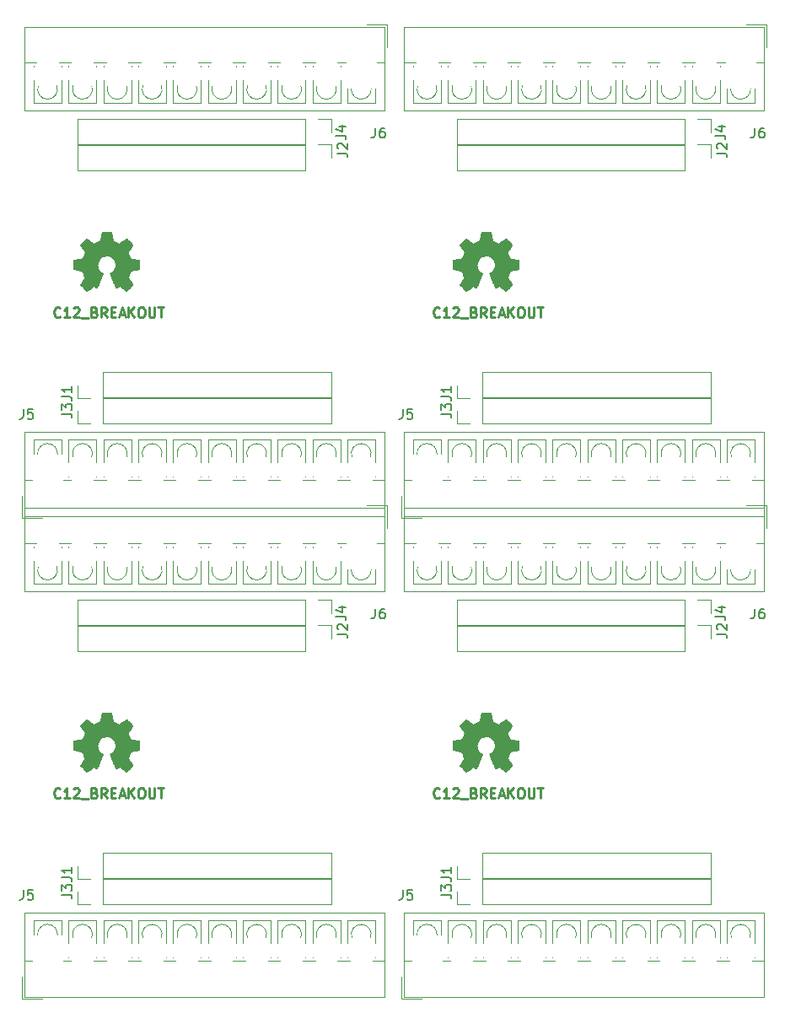
<source format=gbr>
G04 #@! TF.GenerationSoftware,KiCad,Pcbnew,5.1.5+dfsg1-2build2*
G04 #@! TF.CreationDate,2022-09-28T18:38:26-05:00*
G04 #@! TF.ProjectId,,58585858-5858-4585-9858-585858585858,rev?*
G04 #@! TF.SameCoordinates,Original*
G04 #@! TF.FileFunction,Legend,Top*
G04 #@! TF.FilePolarity,Positive*
%FSLAX46Y46*%
G04 Gerber Fmt 4.6, Leading zero omitted, Abs format (unit mm)*
G04 Created by KiCad (PCBNEW 5.1.5+dfsg1-2build2) date 2022-09-28 18:38:26*
%MOMM*%
%LPD*%
G04 APERTURE LIST*
%ADD10C,0.250000*%
%ADD11C,0.120000*%
%ADD12C,0.010000*%
%ADD13C,0.150000*%
G04 APERTURE END LIST*
D10*
X86540626Y-114829862D02*
X86493007Y-114877481D01*
X86350150Y-114925100D01*
X86254912Y-114925100D01*
X86112055Y-114877481D01*
X86016817Y-114782243D01*
X85969198Y-114687005D01*
X85921579Y-114496529D01*
X85921579Y-114353672D01*
X85969198Y-114163196D01*
X86016817Y-114067958D01*
X86112055Y-113972720D01*
X86254912Y-113925100D01*
X86350150Y-113925100D01*
X86493007Y-113972720D01*
X86540626Y-114020339D01*
X87493007Y-114925100D02*
X86921579Y-114925100D01*
X87207293Y-114925100D02*
X87207293Y-113925100D01*
X87112055Y-114067958D01*
X87016817Y-114163196D01*
X86921579Y-114210815D01*
X87873960Y-114020339D02*
X87921579Y-113972720D01*
X88016817Y-113925100D01*
X88254912Y-113925100D01*
X88350150Y-113972720D01*
X88397769Y-114020339D01*
X88445388Y-114115577D01*
X88445388Y-114210815D01*
X88397769Y-114353672D01*
X87826340Y-114925100D01*
X88445388Y-114925100D01*
X88635864Y-115020339D02*
X89397769Y-115020339D01*
X89969198Y-114401291D02*
X90112055Y-114448910D01*
X90159674Y-114496529D01*
X90207293Y-114591767D01*
X90207293Y-114734624D01*
X90159674Y-114829862D01*
X90112055Y-114877481D01*
X90016817Y-114925100D01*
X89635864Y-114925100D01*
X89635864Y-113925100D01*
X89969198Y-113925100D01*
X90064436Y-113972720D01*
X90112055Y-114020339D01*
X90159674Y-114115577D01*
X90159674Y-114210815D01*
X90112055Y-114306053D01*
X90064436Y-114353672D01*
X89969198Y-114401291D01*
X89635864Y-114401291D01*
X91207293Y-114925100D02*
X90873960Y-114448910D01*
X90635864Y-114925100D02*
X90635864Y-113925100D01*
X91016817Y-113925100D01*
X91112055Y-113972720D01*
X91159674Y-114020339D01*
X91207293Y-114115577D01*
X91207293Y-114258434D01*
X91159674Y-114353672D01*
X91112055Y-114401291D01*
X91016817Y-114448910D01*
X90635864Y-114448910D01*
X91635864Y-114401291D02*
X91969198Y-114401291D01*
X92112055Y-114925100D02*
X91635864Y-114925100D01*
X91635864Y-113925100D01*
X92112055Y-113925100D01*
X92493007Y-114639386D02*
X92969198Y-114639386D01*
X92397769Y-114925100D02*
X92731102Y-113925100D01*
X93064436Y-114925100D01*
X93397769Y-114925100D02*
X93397769Y-113925100D01*
X93969198Y-114925100D02*
X93540626Y-114353672D01*
X93969198Y-113925100D02*
X93397769Y-114496529D01*
X94588245Y-113925100D02*
X94778721Y-113925100D01*
X94873960Y-113972720D01*
X94969198Y-114067958D01*
X95016817Y-114258434D01*
X95016817Y-114591767D01*
X94969198Y-114782243D01*
X94873960Y-114877481D01*
X94778721Y-114925100D01*
X94588245Y-114925100D01*
X94493007Y-114877481D01*
X94397769Y-114782243D01*
X94350150Y-114591767D01*
X94350150Y-114258434D01*
X94397769Y-114067958D01*
X94493007Y-113972720D01*
X94588245Y-113925100D01*
X95445388Y-113925100D02*
X95445388Y-114734624D01*
X95493007Y-114829862D01*
X95540626Y-114877481D01*
X95635864Y-114925100D01*
X95826340Y-114925100D01*
X95921579Y-114877481D01*
X95969198Y-114829862D01*
X96016817Y-114734624D01*
X96016817Y-113925100D01*
X96350150Y-113925100D02*
X96921579Y-113925100D01*
X96635864Y-114925100D02*
X96635864Y-113925100D01*
X48440626Y-114829862D02*
X48393007Y-114877481D01*
X48250150Y-114925100D01*
X48154912Y-114925100D01*
X48012055Y-114877481D01*
X47916817Y-114782243D01*
X47869198Y-114687005D01*
X47821579Y-114496529D01*
X47821579Y-114353672D01*
X47869198Y-114163196D01*
X47916817Y-114067958D01*
X48012055Y-113972720D01*
X48154912Y-113925100D01*
X48250150Y-113925100D01*
X48393007Y-113972720D01*
X48440626Y-114020339D01*
X49393007Y-114925100D02*
X48821579Y-114925100D01*
X49107293Y-114925100D02*
X49107293Y-113925100D01*
X49012055Y-114067958D01*
X48916817Y-114163196D01*
X48821579Y-114210815D01*
X49773960Y-114020339D02*
X49821579Y-113972720D01*
X49916817Y-113925100D01*
X50154912Y-113925100D01*
X50250150Y-113972720D01*
X50297769Y-114020339D01*
X50345388Y-114115577D01*
X50345388Y-114210815D01*
X50297769Y-114353672D01*
X49726340Y-114925100D01*
X50345388Y-114925100D01*
X50535864Y-115020339D02*
X51297769Y-115020339D01*
X51869198Y-114401291D02*
X52012055Y-114448910D01*
X52059674Y-114496529D01*
X52107293Y-114591767D01*
X52107293Y-114734624D01*
X52059674Y-114829862D01*
X52012055Y-114877481D01*
X51916817Y-114925100D01*
X51535864Y-114925100D01*
X51535864Y-113925100D01*
X51869198Y-113925100D01*
X51964436Y-113972720D01*
X52012055Y-114020339D01*
X52059674Y-114115577D01*
X52059674Y-114210815D01*
X52012055Y-114306053D01*
X51964436Y-114353672D01*
X51869198Y-114401291D01*
X51535864Y-114401291D01*
X53107293Y-114925100D02*
X52773960Y-114448910D01*
X52535864Y-114925100D02*
X52535864Y-113925100D01*
X52916817Y-113925100D01*
X53012055Y-113972720D01*
X53059674Y-114020339D01*
X53107293Y-114115577D01*
X53107293Y-114258434D01*
X53059674Y-114353672D01*
X53012055Y-114401291D01*
X52916817Y-114448910D01*
X52535864Y-114448910D01*
X53535864Y-114401291D02*
X53869198Y-114401291D01*
X54012055Y-114925100D02*
X53535864Y-114925100D01*
X53535864Y-113925100D01*
X54012055Y-113925100D01*
X54393007Y-114639386D02*
X54869198Y-114639386D01*
X54297769Y-114925100D02*
X54631102Y-113925100D01*
X54964436Y-114925100D01*
X55297769Y-114925100D02*
X55297769Y-113925100D01*
X55869198Y-114925100D02*
X55440626Y-114353672D01*
X55869198Y-113925100D02*
X55297769Y-114496529D01*
X56488245Y-113925100D02*
X56678721Y-113925100D01*
X56773960Y-113972720D01*
X56869198Y-114067958D01*
X56916817Y-114258434D01*
X56916817Y-114591767D01*
X56869198Y-114782243D01*
X56773960Y-114877481D01*
X56678721Y-114925100D01*
X56488245Y-114925100D01*
X56393007Y-114877481D01*
X56297769Y-114782243D01*
X56250150Y-114591767D01*
X56250150Y-114258434D01*
X56297769Y-114067958D01*
X56393007Y-113972720D01*
X56488245Y-113925100D01*
X57345388Y-113925100D02*
X57345388Y-114734624D01*
X57393007Y-114829862D01*
X57440626Y-114877481D01*
X57535864Y-114925100D01*
X57726340Y-114925100D01*
X57821579Y-114877481D01*
X57869198Y-114829862D01*
X57916817Y-114734624D01*
X57916817Y-113925100D01*
X58250150Y-113925100D02*
X58821579Y-113925100D01*
X58535864Y-114925100D02*
X58535864Y-113925100D01*
X86540626Y-66569862D02*
X86493007Y-66617481D01*
X86350150Y-66665100D01*
X86254912Y-66665100D01*
X86112055Y-66617481D01*
X86016817Y-66522243D01*
X85969198Y-66427005D01*
X85921579Y-66236529D01*
X85921579Y-66093672D01*
X85969198Y-65903196D01*
X86016817Y-65807958D01*
X86112055Y-65712720D01*
X86254912Y-65665100D01*
X86350150Y-65665100D01*
X86493007Y-65712720D01*
X86540626Y-65760339D01*
X87493007Y-66665100D02*
X86921579Y-66665100D01*
X87207293Y-66665100D02*
X87207293Y-65665100D01*
X87112055Y-65807958D01*
X87016817Y-65903196D01*
X86921579Y-65950815D01*
X87873960Y-65760339D02*
X87921579Y-65712720D01*
X88016817Y-65665100D01*
X88254912Y-65665100D01*
X88350150Y-65712720D01*
X88397769Y-65760339D01*
X88445388Y-65855577D01*
X88445388Y-65950815D01*
X88397769Y-66093672D01*
X87826340Y-66665100D01*
X88445388Y-66665100D01*
X88635864Y-66760339D02*
X89397769Y-66760339D01*
X89969198Y-66141291D02*
X90112055Y-66188910D01*
X90159674Y-66236529D01*
X90207293Y-66331767D01*
X90207293Y-66474624D01*
X90159674Y-66569862D01*
X90112055Y-66617481D01*
X90016817Y-66665100D01*
X89635864Y-66665100D01*
X89635864Y-65665100D01*
X89969198Y-65665100D01*
X90064436Y-65712720D01*
X90112055Y-65760339D01*
X90159674Y-65855577D01*
X90159674Y-65950815D01*
X90112055Y-66046053D01*
X90064436Y-66093672D01*
X89969198Y-66141291D01*
X89635864Y-66141291D01*
X91207293Y-66665100D02*
X90873960Y-66188910D01*
X90635864Y-66665100D02*
X90635864Y-65665100D01*
X91016817Y-65665100D01*
X91112055Y-65712720D01*
X91159674Y-65760339D01*
X91207293Y-65855577D01*
X91207293Y-65998434D01*
X91159674Y-66093672D01*
X91112055Y-66141291D01*
X91016817Y-66188910D01*
X90635864Y-66188910D01*
X91635864Y-66141291D02*
X91969198Y-66141291D01*
X92112055Y-66665100D02*
X91635864Y-66665100D01*
X91635864Y-65665100D01*
X92112055Y-65665100D01*
X92493007Y-66379386D02*
X92969198Y-66379386D01*
X92397769Y-66665100D02*
X92731102Y-65665100D01*
X93064436Y-66665100D01*
X93397769Y-66665100D02*
X93397769Y-65665100D01*
X93969198Y-66665100D02*
X93540626Y-66093672D01*
X93969198Y-65665100D02*
X93397769Y-66236529D01*
X94588245Y-65665100D02*
X94778721Y-65665100D01*
X94873960Y-65712720D01*
X94969198Y-65807958D01*
X95016817Y-65998434D01*
X95016817Y-66331767D01*
X94969198Y-66522243D01*
X94873960Y-66617481D01*
X94778721Y-66665100D01*
X94588245Y-66665100D01*
X94493007Y-66617481D01*
X94397769Y-66522243D01*
X94350150Y-66331767D01*
X94350150Y-65998434D01*
X94397769Y-65807958D01*
X94493007Y-65712720D01*
X94588245Y-65665100D01*
X95445388Y-65665100D02*
X95445388Y-66474624D01*
X95493007Y-66569862D01*
X95540626Y-66617481D01*
X95635864Y-66665100D01*
X95826340Y-66665100D01*
X95921579Y-66617481D01*
X95969198Y-66569862D01*
X96016817Y-66474624D01*
X96016817Y-65665100D01*
X96350150Y-65665100D02*
X96921579Y-65665100D01*
X96635864Y-66665100D02*
X96635864Y-65665100D01*
X48440626Y-66569862D02*
X48393007Y-66617481D01*
X48250150Y-66665100D01*
X48154912Y-66665100D01*
X48012055Y-66617481D01*
X47916817Y-66522243D01*
X47869198Y-66427005D01*
X47821579Y-66236529D01*
X47821579Y-66093672D01*
X47869198Y-65903196D01*
X47916817Y-65807958D01*
X48012055Y-65712720D01*
X48154912Y-65665100D01*
X48250150Y-65665100D01*
X48393007Y-65712720D01*
X48440626Y-65760339D01*
X49393007Y-66665100D02*
X48821579Y-66665100D01*
X49107293Y-66665100D02*
X49107293Y-65665100D01*
X49012055Y-65807958D01*
X48916817Y-65903196D01*
X48821579Y-65950815D01*
X49773960Y-65760339D02*
X49821579Y-65712720D01*
X49916817Y-65665100D01*
X50154912Y-65665100D01*
X50250150Y-65712720D01*
X50297769Y-65760339D01*
X50345388Y-65855577D01*
X50345388Y-65950815D01*
X50297769Y-66093672D01*
X49726340Y-66665100D01*
X50345388Y-66665100D01*
X50535864Y-66760339D02*
X51297769Y-66760339D01*
X51869198Y-66141291D02*
X52012055Y-66188910D01*
X52059674Y-66236529D01*
X52107293Y-66331767D01*
X52107293Y-66474624D01*
X52059674Y-66569862D01*
X52012055Y-66617481D01*
X51916817Y-66665100D01*
X51535864Y-66665100D01*
X51535864Y-65665100D01*
X51869198Y-65665100D01*
X51964436Y-65712720D01*
X52012055Y-65760339D01*
X52059674Y-65855577D01*
X52059674Y-65950815D01*
X52012055Y-66046053D01*
X51964436Y-66093672D01*
X51869198Y-66141291D01*
X51535864Y-66141291D01*
X53107293Y-66665100D02*
X52773960Y-66188910D01*
X52535864Y-66665100D02*
X52535864Y-65665100D01*
X52916817Y-65665100D01*
X53012055Y-65712720D01*
X53059674Y-65760339D01*
X53107293Y-65855577D01*
X53107293Y-65998434D01*
X53059674Y-66093672D01*
X53012055Y-66141291D01*
X52916817Y-66188910D01*
X52535864Y-66188910D01*
X53535864Y-66141291D02*
X53869198Y-66141291D01*
X54012055Y-66665100D02*
X53535864Y-66665100D01*
X53535864Y-65665100D01*
X54012055Y-65665100D01*
X54393007Y-66379386D02*
X54869198Y-66379386D01*
X54297769Y-66665100D02*
X54631102Y-65665100D01*
X54964436Y-66665100D01*
X55297769Y-66665100D02*
X55297769Y-65665100D01*
X55869198Y-66665100D02*
X55440626Y-66093672D01*
X55869198Y-65665100D02*
X55297769Y-66236529D01*
X56488245Y-65665100D02*
X56678721Y-65665100D01*
X56773960Y-65712720D01*
X56869198Y-65807958D01*
X56916817Y-65998434D01*
X56916817Y-66331767D01*
X56869198Y-66522243D01*
X56773960Y-66617481D01*
X56678721Y-66665100D01*
X56488245Y-66665100D01*
X56393007Y-66617481D01*
X56297769Y-66522243D01*
X56250150Y-66331767D01*
X56250150Y-65998434D01*
X56297769Y-65807958D01*
X56393007Y-65712720D01*
X56488245Y-65665100D01*
X57345388Y-65665100D02*
X57345388Y-66474624D01*
X57393007Y-66569862D01*
X57440626Y-66617481D01*
X57535864Y-66665100D01*
X57726340Y-66665100D01*
X57821579Y-66617481D01*
X57869198Y-66569862D01*
X57916817Y-66474624D01*
X57916817Y-65665100D01*
X58250150Y-65665100D02*
X58821579Y-65665100D01*
X58535864Y-66665100D02*
X58535864Y-65665100D01*
D11*
X88250760Y-97557320D02*
X88250760Y-100217320D01*
X111170760Y-97557320D02*
X88250760Y-97557320D01*
X111170760Y-100217320D02*
X88250760Y-100217320D01*
X111170760Y-97557320D02*
X111170760Y-100217320D01*
X112440760Y-97557320D02*
X113770760Y-97557320D01*
X113770760Y-97557320D02*
X113770760Y-98887320D01*
X50150760Y-97557320D02*
X50150760Y-100217320D01*
X73070760Y-97557320D02*
X50150760Y-97557320D01*
X73070760Y-100217320D02*
X50150760Y-100217320D01*
X73070760Y-97557320D02*
X73070760Y-100217320D01*
X74340760Y-97557320D02*
X75670760Y-97557320D01*
X75670760Y-97557320D02*
X75670760Y-98887320D01*
X88250760Y-49297320D02*
X88250760Y-51957320D01*
X111170760Y-49297320D02*
X88250760Y-49297320D01*
X111170760Y-51957320D02*
X88250760Y-51957320D01*
X111170760Y-49297320D02*
X111170760Y-51957320D01*
X112440760Y-49297320D02*
X113770760Y-49297320D01*
X113770760Y-49297320D02*
X113770760Y-50627320D01*
X117758650Y-91968754D02*
G75*
G02X115762760Y-91970320I-997890J-70566D01*
G01*
X114200675Y-91697087D02*
G75*
G02X112320760Y-91697320I-939915J-342233D01*
G01*
X110700675Y-91697087D02*
G75*
G02X108820760Y-91697320I-939915J-342233D01*
G01*
X107200675Y-91697087D02*
G75*
G02X105320760Y-91697320I-939915J-342233D01*
G01*
X103700675Y-91697087D02*
G75*
G02X101820760Y-91697320I-939915J-342233D01*
G01*
X100200675Y-91697087D02*
G75*
G02X98320760Y-91697320I-939915J-342233D01*
G01*
X96700675Y-91697087D02*
G75*
G02X94820760Y-91697320I-939915J-342233D01*
G01*
X93200675Y-91697087D02*
G75*
G02X91320760Y-91697320I-939915J-342233D01*
G01*
X89700675Y-91697087D02*
G75*
G02X87820760Y-91697320I-939915J-342233D01*
G01*
X86200675Y-91697087D02*
G75*
G02X84320760Y-91697320I-939915J-342233D01*
G01*
X119070760Y-89338320D02*
X118300760Y-89338320D01*
X115220760Y-89338320D02*
X114393760Y-89338320D01*
X112126760Y-89338320D02*
X110893760Y-89338320D01*
X108626760Y-89338320D02*
X107393760Y-89338320D01*
X105126760Y-89338320D02*
X103893760Y-89338320D01*
X101626760Y-89338320D02*
X100393760Y-89338320D01*
X98126760Y-89338320D02*
X96893760Y-89338320D01*
X94626760Y-89338320D02*
X93393760Y-89338320D01*
X91126760Y-89338320D02*
X89893760Y-89338320D01*
X87626760Y-89338320D02*
X86393760Y-89338320D01*
X84126760Y-89338320D02*
X82950760Y-89338320D01*
X119070760Y-94199320D02*
X82950760Y-94199320D01*
X119070760Y-85779320D02*
X82950760Y-85779320D01*
X119070760Y-94199320D02*
X119070760Y-85779320D01*
X82950760Y-94199320D02*
X82950760Y-85779320D01*
X118160760Y-93439320D02*
X115360760Y-93439320D01*
X118160760Y-93439320D02*
X118160760Y-91979320D01*
X115360760Y-93439320D02*
X115360760Y-91979320D01*
X114660760Y-93439320D02*
X111860760Y-93439320D01*
X114660760Y-89689320D02*
X114659760Y-89689320D01*
X111860760Y-89689320D02*
X111860760Y-89689320D01*
X114660760Y-93439320D02*
X114660760Y-91128320D01*
X114660760Y-89750320D02*
X114660760Y-89689320D01*
X111860760Y-93439320D02*
X111860760Y-91128320D01*
X111860760Y-89750320D02*
X111860760Y-89689320D01*
X111160760Y-93439320D02*
X108360760Y-93439320D01*
X111160760Y-89689320D02*
X111159760Y-89689320D01*
X108360760Y-89689320D02*
X108360760Y-89689320D01*
X111160760Y-93439320D02*
X111160760Y-91128320D01*
X111160760Y-89750320D02*
X111160760Y-89689320D01*
X108360760Y-93439320D02*
X108360760Y-91128320D01*
X108360760Y-89750320D02*
X108360760Y-89689320D01*
X107660760Y-93439320D02*
X104860760Y-93439320D01*
X107660760Y-89689320D02*
X107659760Y-89689320D01*
X104860760Y-89689320D02*
X104860760Y-89689320D01*
X107660760Y-93439320D02*
X107660760Y-91128320D01*
X107660760Y-89750320D02*
X107660760Y-89689320D01*
X104860760Y-93439320D02*
X104860760Y-91128320D01*
X104860760Y-89750320D02*
X104860760Y-89689320D01*
X104160760Y-93439320D02*
X101360760Y-93439320D01*
X104160760Y-89689320D02*
X104159760Y-89689320D01*
X101360760Y-89689320D02*
X101360760Y-89689320D01*
X104160760Y-93439320D02*
X104160760Y-91128320D01*
X104160760Y-89750320D02*
X104160760Y-89689320D01*
X101360760Y-93439320D02*
X101360760Y-91128320D01*
X101360760Y-89750320D02*
X101360760Y-89689320D01*
X100659760Y-93439320D02*
X97860760Y-93439320D01*
X100659760Y-89689320D02*
X100659760Y-89689320D01*
X97860760Y-89689320D02*
X97860760Y-89689320D01*
X100659760Y-93439320D02*
X100659760Y-91128320D01*
X100659760Y-89750320D02*
X100659760Y-89689320D01*
X97860760Y-93439320D02*
X97860760Y-91128320D01*
X97860760Y-89750320D02*
X97860760Y-89689320D01*
X97160760Y-93439320D02*
X94360760Y-93439320D01*
X97160760Y-89689320D02*
X97159760Y-89689320D01*
X94360760Y-89689320D02*
X94360760Y-89689320D01*
X97160760Y-93439320D02*
X97160760Y-91128320D01*
X97160760Y-89750320D02*
X97160760Y-89689320D01*
X94360760Y-93439320D02*
X94360760Y-91128320D01*
X94360760Y-89750320D02*
X94360760Y-89689320D01*
X93660760Y-93439320D02*
X90860760Y-93439320D01*
X93660760Y-89689320D02*
X93659760Y-89689320D01*
X90860760Y-89689320D02*
X90860760Y-89689320D01*
X93660760Y-93439320D02*
X93660760Y-91128320D01*
X93660760Y-89750320D02*
X93660760Y-89689320D01*
X90860760Y-93439320D02*
X90860760Y-91128320D01*
X90860760Y-89750320D02*
X90860760Y-89689320D01*
X90160760Y-93439320D02*
X87360760Y-93439320D01*
X90160760Y-89689320D02*
X90159760Y-89689320D01*
X87360760Y-89689320D02*
X87360760Y-89689320D01*
X90160760Y-93439320D02*
X90160760Y-91128320D01*
X90160760Y-89750320D02*
X90160760Y-89689320D01*
X87360760Y-93439320D02*
X87360760Y-91128320D01*
X87360760Y-89750320D02*
X87360760Y-89689320D01*
X86660760Y-93439320D02*
X83860760Y-93439320D01*
X86660760Y-89689320D02*
X86659760Y-89689320D01*
X83860760Y-89689320D02*
X83860760Y-89689320D01*
X86660760Y-93439320D02*
X86660760Y-91128320D01*
X86660760Y-89750320D02*
X86660760Y-89689320D01*
X83860760Y-93439320D02*
X83860760Y-91128320D01*
X83860760Y-89750320D02*
X83860760Y-89689320D01*
X119310760Y-87779320D02*
X119310760Y-85539320D01*
X119310760Y-85539320D02*
X117310760Y-85539320D01*
X79658650Y-91968754D02*
G75*
G02X77662760Y-91970320I-997890J-70566D01*
G01*
X76100675Y-91697087D02*
G75*
G02X74220760Y-91697320I-939915J-342233D01*
G01*
X72600675Y-91697087D02*
G75*
G02X70720760Y-91697320I-939915J-342233D01*
G01*
X69100675Y-91697087D02*
G75*
G02X67220760Y-91697320I-939915J-342233D01*
G01*
X65600675Y-91697087D02*
G75*
G02X63720760Y-91697320I-939915J-342233D01*
G01*
X62100675Y-91697087D02*
G75*
G02X60220760Y-91697320I-939915J-342233D01*
G01*
X58600675Y-91697087D02*
G75*
G02X56720760Y-91697320I-939915J-342233D01*
G01*
X55100675Y-91697087D02*
G75*
G02X53220760Y-91697320I-939915J-342233D01*
G01*
X51600675Y-91697087D02*
G75*
G02X49720760Y-91697320I-939915J-342233D01*
G01*
X48100675Y-91697087D02*
G75*
G02X46220760Y-91697320I-939915J-342233D01*
G01*
X80970760Y-89338320D02*
X80200760Y-89338320D01*
X77120760Y-89338320D02*
X76293760Y-89338320D01*
X74026760Y-89338320D02*
X72793760Y-89338320D01*
X70526760Y-89338320D02*
X69293760Y-89338320D01*
X67026760Y-89338320D02*
X65793760Y-89338320D01*
X63526760Y-89338320D02*
X62293760Y-89338320D01*
X60026760Y-89338320D02*
X58793760Y-89338320D01*
X56526760Y-89338320D02*
X55293760Y-89338320D01*
X53026760Y-89338320D02*
X51793760Y-89338320D01*
X49526760Y-89338320D02*
X48293760Y-89338320D01*
X46026760Y-89338320D02*
X44850760Y-89338320D01*
X80970760Y-94199320D02*
X44850760Y-94199320D01*
X80970760Y-85779320D02*
X44850760Y-85779320D01*
X80970760Y-94199320D02*
X80970760Y-85779320D01*
X44850760Y-94199320D02*
X44850760Y-85779320D01*
X80060760Y-93439320D02*
X77260760Y-93439320D01*
X80060760Y-93439320D02*
X80060760Y-91979320D01*
X77260760Y-93439320D02*
X77260760Y-91979320D01*
X76560760Y-93439320D02*
X73760760Y-93439320D01*
X76560760Y-89689320D02*
X76559760Y-89689320D01*
X73760760Y-89689320D02*
X73760760Y-89689320D01*
X76560760Y-93439320D02*
X76560760Y-91128320D01*
X76560760Y-89750320D02*
X76560760Y-89689320D01*
X73760760Y-93439320D02*
X73760760Y-91128320D01*
X73760760Y-89750320D02*
X73760760Y-89689320D01*
X73060760Y-93439320D02*
X70260760Y-93439320D01*
X73060760Y-89689320D02*
X73059760Y-89689320D01*
X70260760Y-89689320D02*
X70260760Y-89689320D01*
X73060760Y-93439320D02*
X73060760Y-91128320D01*
X73060760Y-89750320D02*
X73060760Y-89689320D01*
X70260760Y-93439320D02*
X70260760Y-91128320D01*
X70260760Y-89750320D02*
X70260760Y-89689320D01*
X69560760Y-93439320D02*
X66760760Y-93439320D01*
X69560760Y-89689320D02*
X69559760Y-89689320D01*
X66760760Y-89689320D02*
X66760760Y-89689320D01*
X69560760Y-93439320D02*
X69560760Y-91128320D01*
X69560760Y-89750320D02*
X69560760Y-89689320D01*
X66760760Y-93439320D02*
X66760760Y-91128320D01*
X66760760Y-89750320D02*
X66760760Y-89689320D01*
X66060760Y-93439320D02*
X63260760Y-93439320D01*
X66060760Y-89689320D02*
X66059760Y-89689320D01*
X63260760Y-89689320D02*
X63260760Y-89689320D01*
X66060760Y-93439320D02*
X66060760Y-91128320D01*
X66060760Y-89750320D02*
X66060760Y-89689320D01*
X63260760Y-93439320D02*
X63260760Y-91128320D01*
X63260760Y-89750320D02*
X63260760Y-89689320D01*
X62559760Y-93439320D02*
X59760760Y-93439320D01*
X62559760Y-89689320D02*
X62559760Y-89689320D01*
X59760760Y-89689320D02*
X59760760Y-89689320D01*
X62559760Y-93439320D02*
X62559760Y-91128320D01*
X62559760Y-89750320D02*
X62559760Y-89689320D01*
X59760760Y-93439320D02*
X59760760Y-91128320D01*
X59760760Y-89750320D02*
X59760760Y-89689320D01*
X59060760Y-93439320D02*
X56260760Y-93439320D01*
X59060760Y-89689320D02*
X59059760Y-89689320D01*
X56260760Y-89689320D02*
X56260760Y-89689320D01*
X59060760Y-93439320D02*
X59060760Y-91128320D01*
X59060760Y-89750320D02*
X59060760Y-89689320D01*
X56260760Y-93439320D02*
X56260760Y-91128320D01*
X56260760Y-89750320D02*
X56260760Y-89689320D01*
X55560760Y-93439320D02*
X52760760Y-93439320D01*
X55560760Y-89689320D02*
X55559760Y-89689320D01*
X52760760Y-89689320D02*
X52760760Y-89689320D01*
X55560760Y-93439320D02*
X55560760Y-91128320D01*
X55560760Y-89750320D02*
X55560760Y-89689320D01*
X52760760Y-93439320D02*
X52760760Y-91128320D01*
X52760760Y-89750320D02*
X52760760Y-89689320D01*
X52060760Y-93439320D02*
X49260760Y-93439320D01*
X52060760Y-89689320D02*
X52059760Y-89689320D01*
X49260760Y-89689320D02*
X49260760Y-89689320D01*
X52060760Y-93439320D02*
X52060760Y-91128320D01*
X52060760Y-89750320D02*
X52060760Y-89689320D01*
X49260760Y-93439320D02*
X49260760Y-91128320D01*
X49260760Y-89750320D02*
X49260760Y-89689320D01*
X48560760Y-93439320D02*
X45760760Y-93439320D01*
X48560760Y-89689320D02*
X48559760Y-89689320D01*
X45760760Y-89689320D02*
X45760760Y-89689320D01*
X48560760Y-93439320D02*
X48560760Y-91128320D01*
X48560760Y-89750320D02*
X48560760Y-89689320D01*
X45760760Y-93439320D02*
X45760760Y-91128320D01*
X45760760Y-89750320D02*
X45760760Y-89689320D01*
X81210760Y-87779320D02*
X81210760Y-85539320D01*
X81210760Y-85539320D02*
X79210760Y-85539320D01*
X117758650Y-43708754D02*
G75*
G02X115762760Y-43710320I-997890J-70566D01*
G01*
X114200675Y-43437087D02*
G75*
G02X112320760Y-43437320I-939915J-342233D01*
G01*
X110700675Y-43437087D02*
G75*
G02X108820760Y-43437320I-939915J-342233D01*
G01*
X107200675Y-43437087D02*
G75*
G02X105320760Y-43437320I-939915J-342233D01*
G01*
X103700675Y-43437087D02*
G75*
G02X101820760Y-43437320I-939915J-342233D01*
G01*
X100200675Y-43437087D02*
G75*
G02X98320760Y-43437320I-939915J-342233D01*
G01*
X96700675Y-43437087D02*
G75*
G02X94820760Y-43437320I-939915J-342233D01*
G01*
X93200675Y-43437087D02*
G75*
G02X91320760Y-43437320I-939915J-342233D01*
G01*
X89700675Y-43437087D02*
G75*
G02X87820760Y-43437320I-939915J-342233D01*
G01*
X86200675Y-43437087D02*
G75*
G02X84320760Y-43437320I-939915J-342233D01*
G01*
X119070760Y-41078320D02*
X118300760Y-41078320D01*
X115220760Y-41078320D02*
X114393760Y-41078320D01*
X112126760Y-41078320D02*
X110893760Y-41078320D01*
X108626760Y-41078320D02*
X107393760Y-41078320D01*
X105126760Y-41078320D02*
X103893760Y-41078320D01*
X101626760Y-41078320D02*
X100393760Y-41078320D01*
X98126760Y-41078320D02*
X96893760Y-41078320D01*
X94626760Y-41078320D02*
X93393760Y-41078320D01*
X91126760Y-41078320D02*
X89893760Y-41078320D01*
X87626760Y-41078320D02*
X86393760Y-41078320D01*
X84126760Y-41078320D02*
X82950760Y-41078320D01*
X119070760Y-45939320D02*
X82950760Y-45939320D01*
X119070760Y-37519320D02*
X82950760Y-37519320D01*
X119070760Y-45939320D02*
X119070760Y-37519320D01*
X82950760Y-45939320D02*
X82950760Y-37519320D01*
X118160760Y-45179320D02*
X115360760Y-45179320D01*
X118160760Y-45179320D02*
X118160760Y-43719320D01*
X115360760Y-45179320D02*
X115360760Y-43719320D01*
X114660760Y-45179320D02*
X111860760Y-45179320D01*
X114660760Y-41429320D02*
X114659760Y-41429320D01*
X111860760Y-41429320D02*
X111860760Y-41429320D01*
X114660760Y-45179320D02*
X114660760Y-42868320D01*
X114660760Y-41490320D02*
X114660760Y-41429320D01*
X111860760Y-45179320D02*
X111860760Y-42868320D01*
X111860760Y-41490320D02*
X111860760Y-41429320D01*
X111160760Y-45179320D02*
X108360760Y-45179320D01*
X111160760Y-41429320D02*
X111159760Y-41429320D01*
X108360760Y-41429320D02*
X108360760Y-41429320D01*
X111160760Y-45179320D02*
X111160760Y-42868320D01*
X111160760Y-41490320D02*
X111160760Y-41429320D01*
X108360760Y-45179320D02*
X108360760Y-42868320D01*
X108360760Y-41490320D02*
X108360760Y-41429320D01*
X107660760Y-45179320D02*
X104860760Y-45179320D01*
X107660760Y-41429320D02*
X107659760Y-41429320D01*
X104860760Y-41429320D02*
X104860760Y-41429320D01*
X107660760Y-45179320D02*
X107660760Y-42868320D01*
X107660760Y-41490320D02*
X107660760Y-41429320D01*
X104860760Y-45179320D02*
X104860760Y-42868320D01*
X104860760Y-41490320D02*
X104860760Y-41429320D01*
X104160760Y-45179320D02*
X101360760Y-45179320D01*
X104160760Y-41429320D02*
X104159760Y-41429320D01*
X101360760Y-41429320D02*
X101360760Y-41429320D01*
X104160760Y-45179320D02*
X104160760Y-42868320D01*
X104160760Y-41490320D02*
X104160760Y-41429320D01*
X101360760Y-45179320D02*
X101360760Y-42868320D01*
X101360760Y-41490320D02*
X101360760Y-41429320D01*
X100659760Y-45179320D02*
X97860760Y-45179320D01*
X100659760Y-41429320D02*
X100659760Y-41429320D01*
X97860760Y-41429320D02*
X97860760Y-41429320D01*
X100659760Y-45179320D02*
X100659760Y-42868320D01*
X100659760Y-41490320D02*
X100659760Y-41429320D01*
X97860760Y-45179320D02*
X97860760Y-42868320D01*
X97860760Y-41490320D02*
X97860760Y-41429320D01*
X97160760Y-45179320D02*
X94360760Y-45179320D01*
X97160760Y-41429320D02*
X97159760Y-41429320D01*
X94360760Y-41429320D02*
X94360760Y-41429320D01*
X97160760Y-45179320D02*
X97160760Y-42868320D01*
X97160760Y-41490320D02*
X97160760Y-41429320D01*
X94360760Y-45179320D02*
X94360760Y-42868320D01*
X94360760Y-41490320D02*
X94360760Y-41429320D01*
X93660760Y-45179320D02*
X90860760Y-45179320D01*
X93660760Y-41429320D02*
X93659760Y-41429320D01*
X90860760Y-41429320D02*
X90860760Y-41429320D01*
X93660760Y-45179320D02*
X93660760Y-42868320D01*
X93660760Y-41490320D02*
X93660760Y-41429320D01*
X90860760Y-45179320D02*
X90860760Y-42868320D01*
X90860760Y-41490320D02*
X90860760Y-41429320D01*
X90160760Y-45179320D02*
X87360760Y-45179320D01*
X90160760Y-41429320D02*
X90159760Y-41429320D01*
X87360760Y-41429320D02*
X87360760Y-41429320D01*
X90160760Y-45179320D02*
X90160760Y-42868320D01*
X90160760Y-41490320D02*
X90160760Y-41429320D01*
X87360760Y-45179320D02*
X87360760Y-42868320D01*
X87360760Y-41490320D02*
X87360760Y-41429320D01*
X86660760Y-45179320D02*
X83860760Y-45179320D01*
X86660760Y-41429320D02*
X86659760Y-41429320D01*
X83860760Y-41429320D02*
X83860760Y-41429320D01*
X86660760Y-45179320D02*
X86660760Y-42868320D01*
X86660760Y-41490320D02*
X86660760Y-41429320D01*
X83860760Y-45179320D02*
X83860760Y-42868320D01*
X83860760Y-41490320D02*
X83860760Y-41429320D01*
X119310760Y-39519320D02*
X119310760Y-37279320D01*
X119310760Y-37279320D02*
X117310760Y-37279320D01*
X84262870Y-128665886D02*
G75*
G02X86258760Y-128664320I997890J70566D01*
G01*
X87820845Y-128937553D02*
G75*
G02X89700760Y-128937320I939915J342233D01*
G01*
X91320845Y-128937553D02*
G75*
G02X93200760Y-128937320I939915J342233D01*
G01*
X94820845Y-128937553D02*
G75*
G02X96700760Y-128937320I939915J342233D01*
G01*
X98320845Y-128937553D02*
G75*
G02X100200760Y-128937320I939915J342233D01*
G01*
X101820845Y-128937553D02*
G75*
G02X103700760Y-128937320I939915J342233D01*
G01*
X105320845Y-128937553D02*
G75*
G02X107200760Y-128937320I939915J342233D01*
G01*
X108820845Y-128937553D02*
G75*
G02X110700760Y-128937320I939915J342233D01*
G01*
X112320845Y-128937553D02*
G75*
G02X114200760Y-128937320I939915J342233D01*
G01*
X115820845Y-128937553D02*
G75*
G02X117700760Y-128937320I939915J342233D01*
G01*
X82950760Y-131296320D02*
X83720760Y-131296320D01*
X86800760Y-131296320D02*
X87627760Y-131296320D01*
X89894760Y-131296320D02*
X91127760Y-131296320D01*
X93394760Y-131296320D02*
X94627760Y-131296320D01*
X96894760Y-131296320D02*
X98127760Y-131296320D01*
X100394760Y-131296320D02*
X101627760Y-131296320D01*
X103894760Y-131296320D02*
X105127760Y-131296320D01*
X107394760Y-131296320D02*
X108627760Y-131296320D01*
X110894760Y-131296320D02*
X112127760Y-131296320D01*
X114394760Y-131296320D02*
X115627760Y-131296320D01*
X117894760Y-131296320D02*
X119070760Y-131296320D01*
X82950760Y-126435320D02*
X119070760Y-126435320D01*
X82950760Y-134855320D02*
X119070760Y-134855320D01*
X82950760Y-126435320D02*
X82950760Y-134855320D01*
X119070760Y-126435320D02*
X119070760Y-134855320D01*
X83860760Y-127195320D02*
X86660760Y-127195320D01*
X83860760Y-127195320D02*
X83860760Y-128655320D01*
X86660760Y-127195320D02*
X86660760Y-128655320D01*
X87360760Y-127195320D02*
X90160760Y-127195320D01*
X87360760Y-130945320D02*
X87361760Y-130945320D01*
X90160760Y-130945320D02*
X90160760Y-130945320D01*
X87360760Y-127195320D02*
X87360760Y-129506320D01*
X87360760Y-130884320D02*
X87360760Y-130945320D01*
X90160760Y-127195320D02*
X90160760Y-129506320D01*
X90160760Y-130884320D02*
X90160760Y-130945320D01*
X90860760Y-127195320D02*
X93660760Y-127195320D01*
X90860760Y-130945320D02*
X90861760Y-130945320D01*
X93660760Y-130945320D02*
X93660760Y-130945320D01*
X90860760Y-127195320D02*
X90860760Y-129506320D01*
X90860760Y-130884320D02*
X90860760Y-130945320D01*
X93660760Y-127195320D02*
X93660760Y-129506320D01*
X93660760Y-130884320D02*
X93660760Y-130945320D01*
X94360760Y-127195320D02*
X97160760Y-127195320D01*
X94360760Y-130945320D02*
X94361760Y-130945320D01*
X97160760Y-130945320D02*
X97160760Y-130945320D01*
X94360760Y-127195320D02*
X94360760Y-129506320D01*
X94360760Y-130884320D02*
X94360760Y-130945320D01*
X97160760Y-127195320D02*
X97160760Y-129506320D01*
X97160760Y-130884320D02*
X97160760Y-130945320D01*
X97860760Y-127195320D02*
X100660760Y-127195320D01*
X97860760Y-130945320D02*
X97861760Y-130945320D01*
X100660760Y-130945320D02*
X100660760Y-130945320D01*
X97860760Y-127195320D02*
X97860760Y-129506320D01*
X97860760Y-130884320D02*
X97860760Y-130945320D01*
X100660760Y-127195320D02*
X100660760Y-129506320D01*
X100660760Y-130884320D02*
X100660760Y-130945320D01*
X101361760Y-127195320D02*
X104160760Y-127195320D01*
X101361760Y-130945320D02*
X101361760Y-130945320D01*
X104160760Y-130945320D02*
X104160760Y-130945320D01*
X101361760Y-127195320D02*
X101361760Y-129506320D01*
X101361760Y-130884320D02*
X101361760Y-130945320D01*
X104160760Y-127195320D02*
X104160760Y-129506320D01*
X104160760Y-130884320D02*
X104160760Y-130945320D01*
X104860760Y-127195320D02*
X107660760Y-127195320D01*
X104860760Y-130945320D02*
X104861760Y-130945320D01*
X107660760Y-130945320D02*
X107660760Y-130945320D01*
X104860760Y-127195320D02*
X104860760Y-129506320D01*
X104860760Y-130884320D02*
X104860760Y-130945320D01*
X107660760Y-127195320D02*
X107660760Y-129506320D01*
X107660760Y-130884320D02*
X107660760Y-130945320D01*
X108360760Y-127195320D02*
X111160760Y-127195320D01*
X108360760Y-130945320D02*
X108361760Y-130945320D01*
X111160760Y-130945320D02*
X111160760Y-130945320D01*
X108360760Y-127195320D02*
X108360760Y-129506320D01*
X108360760Y-130884320D02*
X108360760Y-130945320D01*
X111160760Y-127195320D02*
X111160760Y-129506320D01*
X111160760Y-130884320D02*
X111160760Y-130945320D01*
X111860760Y-127195320D02*
X114660760Y-127195320D01*
X111860760Y-130945320D02*
X111861760Y-130945320D01*
X114660760Y-130945320D02*
X114660760Y-130945320D01*
X111860760Y-127195320D02*
X111860760Y-129506320D01*
X111860760Y-130884320D02*
X111860760Y-130945320D01*
X114660760Y-127195320D02*
X114660760Y-129506320D01*
X114660760Y-130884320D02*
X114660760Y-130945320D01*
X115360760Y-127195320D02*
X118160760Y-127195320D01*
X115360760Y-130945320D02*
X115361760Y-130945320D01*
X118160760Y-130945320D02*
X118160760Y-130945320D01*
X115360760Y-127195320D02*
X115360760Y-129506320D01*
X115360760Y-130884320D02*
X115360760Y-130945320D01*
X118160760Y-127195320D02*
X118160760Y-129506320D01*
X118160760Y-130884320D02*
X118160760Y-130945320D01*
X82710760Y-132855320D02*
X82710760Y-135095320D01*
X82710760Y-135095320D02*
X84710760Y-135095320D01*
X46162870Y-128665886D02*
G75*
G02X48158760Y-128664320I997890J70566D01*
G01*
X49720845Y-128937553D02*
G75*
G02X51600760Y-128937320I939915J342233D01*
G01*
X53220845Y-128937553D02*
G75*
G02X55100760Y-128937320I939915J342233D01*
G01*
X56720845Y-128937553D02*
G75*
G02X58600760Y-128937320I939915J342233D01*
G01*
X60220845Y-128937553D02*
G75*
G02X62100760Y-128937320I939915J342233D01*
G01*
X63720845Y-128937553D02*
G75*
G02X65600760Y-128937320I939915J342233D01*
G01*
X67220845Y-128937553D02*
G75*
G02X69100760Y-128937320I939915J342233D01*
G01*
X70720845Y-128937553D02*
G75*
G02X72600760Y-128937320I939915J342233D01*
G01*
X74220845Y-128937553D02*
G75*
G02X76100760Y-128937320I939915J342233D01*
G01*
X77720845Y-128937553D02*
G75*
G02X79600760Y-128937320I939915J342233D01*
G01*
X44850760Y-131296320D02*
X45620760Y-131296320D01*
X48700760Y-131296320D02*
X49527760Y-131296320D01*
X51794760Y-131296320D02*
X53027760Y-131296320D01*
X55294760Y-131296320D02*
X56527760Y-131296320D01*
X58794760Y-131296320D02*
X60027760Y-131296320D01*
X62294760Y-131296320D02*
X63527760Y-131296320D01*
X65794760Y-131296320D02*
X67027760Y-131296320D01*
X69294760Y-131296320D02*
X70527760Y-131296320D01*
X72794760Y-131296320D02*
X74027760Y-131296320D01*
X76294760Y-131296320D02*
X77527760Y-131296320D01*
X79794760Y-131296320D02*
X80970760Y-131296320D01*
X44850760Y-126435320D02*
X80970760Y-126435320D01*
X44850760Y-134855320D02*
X80970760Y-134855320D01*
X44850760Y-126435320D02*
X44850760Y-134855320D01*
X80970760Y-126435320D02*
X80970760Y-134855320D01*
X45760760Y-127195320D02*
X48560760Y-127195320D01*
X45760760Y-127195320D02*
X45760760Y-128655320D01*
X48560760Y-127195320D02*
X48560760Y-128655320D01*
X49260760Y-127195320D02*
X52060760Y-127195320D01*
X49260760Y-130945320D02*
X49261760Y-130945320D01*
X52060760Y-130945320D02*
X52060760Y-130945320D01*
X49260760Y-127195320D02*
X49260760Y-129506320D01*
X49260760Y-130884320D02*
X49260760Y-130945320D01*
X52060760Y-127195320D02*
X52060760Y-129506320D01*
X52060760Y-130884320D02*
X52060760Y-130945320D01*
X52760760Y-127195320D02*
X55560760Y-127195320D01*
X52760760Y-130945320D02*
X52761760Y-130945320D01*
X55560760Y-130945320D02*
X55560760Y-130945320D01*
X52760760Y-127195320D02*
X52760760Y-129506320D01*
X52760760Y-130884320D02*
X52760760Y-130945320D01*
X55560760Y-127195320D02*
X55560760Y-129506320D01*
X55560760Y-130884320D02*
X55560760Y-130945320D01*
X56260760Y-127195320D02*
X59060760Y-127195320D01*
X56260760Y-130945320D02*
X56261760Y-130945320D01*
X59060760Y-130945320D02*
X59060760Y-130945320D01*
X56260760Y-127195320D02*
X56260760Y-129506320D01*
X56260760Y-130884320D02*
X56260760Y-130945320D01*
X59060760Y-127195320D02*
X59060760Y-129506320D01*
X59060760Y-130884320D02*
X59060760Y-130945320D01*
X59760760Y-127195320D02*
X62560760Y-127195320D01*
X59760760Y-130945320D02*
X59761760Y-130945320D01*
X62560760Y-130945320D02*
X62560760Y-130945320D01*
X59760760Y-127195320D02*
X59760760Y-129506320D01*
X59760760Y-130884320D02*
X59760760Y-130945320D01*
X62560760Y-127195320D02*
X62560760Y-129506320D01*
X62560760Y-130884320D02*
X62560760Y-130945320D01*
X63261760Y-127195320D02*
X66060760Y-127195320D01*
X63261760Y-130945320D02*
X63261760Y-130945320D01*
X66060760Y-130945320D02*
X66060760Y-130945320D01*
X63261760Y-127195320D02*
X63261760Y-129506320D01*
X63261760Y-130884320D02*
X63261760Y-130945320D01*
X66060760Y-127195320D02*
X66060760Y-129506320D01*
X66060760Y-130884320D02*
X66060760Y-130945320D01*
X66760760Y-127195320D02*
X69560760Y-127195320D01*
X66760760Y-130945320D02*
X66761760Y-130945320D01*
X69560760Y-130945320D02*
X69560760Y-130945320D01*
X66760760Y-127195320D02*
X66760760Y-129506320D01*
X66760760Y-130884320D02*
X66760760Y-130945320D01*
X69560760Y-127195320D02*
X69560760Y-129506320D01*
X69560760Y-130884320D02*
X69560760Y-130945320D01*
X70260760Y-127195320D02*
X73060760Y-127195320D01*
X70260760Y-130945320D02*
X70261760Y-130945320D01*
X73060760Y-130945320D02*
X73060760Y-130945320D01*
X70260760Y-127195320D02*
X70260760Y-129506320D01*
X70260760Y-130884320D02*
X70260760Y-130945320D01*
X73060760Y-127195320D02*
X73060760Y-129506320D01*
X73060760Y-130884320D02*
X73060760Y-130945320D01*
X73760760Y-127195320D02*
X76560760Y-127195320D01*
X73760760Y-130945320D02*
X73761760Y-130945320D01*
X76560760Y-130945320D02*
X76560760Y-130945320D01*
X73760760Y-127195320D02*
X73760760Y-129506320D01*
X73760760Y-130884320D02*
X73760760Y-130945320D01*
X76560760Y-127195320D02*
X76560760Y-129506320D01*
X76560760Y-130884320D02*
X76560760Y-130945320D01*
X77260760Y-127195320D02*
X80060760Y-127195320D01*
X77260760Y-130945320D02*
X77261760Y-130945320D01*
X80060760Y-130945320D02*
X80060760Y-130945320D01*
X77260760Y-127195320D02*
X77260760Y-129506320D01*
X77260760Y-130884320D02*
X77260760Y-130945320D01*
X80060760Y-127195320D02*
X80060760Y-129506320D01*
X80060760Y-130884320D02*
X80060760Y-130945320D01*
X44610760Y-132855320D02*
X44610760Y-135095320D01*
X44610760Y-135095320D02*
X46610760Y-135095320D01*
X84262870Y-80405886D02*
G75*
G02X86258760Y-80404320I997890J70566D01*
G01*
X87820845Y-80677553D02*
G75*
G02X89700760Y-80677320I939915J342233D01*
G01*
X91320845Y-80677553D02*
G75*
G02X93200760Y-80677320I939915J342233D01*
G01*
X94820845Y-80677553D02*
G75*
G02X96700760Y-80677320I939915J342233D01*
G01*
X98320845Y-80677553D02*
G75*
G02X100200760Y-80677320I939915J342233D01*
G01*
X101820845Y-80677553D02*
G75*
G02X103700760Y-80677320I939915J342233D01*
G01*
X105320845Y-80677553D02*
G75*
G02X107200760Y-80677320I939915J342233D01*
G01*
X108820845Y-80677553D02*
G75*
G02X110700760Y-80677320I939915J342233D01*
G01*
X112320845Y-80677553D02*
G75*
G02X114200760Y-80677320I939915J342233D01*
G01*
X115820845Y-80677553D02*
G75*
G02X117700760Y-80677320I939915J342233D01*
G01*
X82950760Y-83036320D02*
X83720760Y-83036320D01*
X86800760Y-83036320D02*
X87627760Y-83036320D01*
X89894760Y-83036320D02*
X91127760Y-83036320D01*
X93394760Y-83036320D02*
X94627760Y-83036320D01*
X96894760Y-83036320D02*
X98127760Y-83036320D01*
X100394760Y-83036320D02*
X101627760Y-83036320D01*
X103894760Y-83036320D02*
X105127760Y-83036320D01*
X107394760Y-83036320D02*
X108627760Y-83036320D01*
X110894760Y-83036320D02*
X112127760Y-83036320D01*
X114394760Y-83036320D02*
X115627760Y-83036320D01*
X117894760Y-83036320D02*
X119070760Y-83036320D01*
X82950760Y-78175320D02*
X119070760Y-78175320D01*
X82950760Y-86595320D02*
X119070760Y-86595320D01*
X82950760Y-78175320D02*
X82950760Y-86595320D01*
X119070760Y-78175320D02*
X119070760Y-86595320D01*
X83860760Y-78935320D02*
X86660760Y-78935320D01*
X83860760Y-78935320D02*
X83860760Y-80395320D01*
X86660760Y-78935320D02*
X86660760Y-80395320D01*
X87360760Y-78935320D02*
X90160760Y-78935320D01*
X87360760Y-82685320D02*
X87361760Y-82685320D01*
X90160760Y-82685320D02*
X90160760Y-82685320D01*
X87360760Y-78935320D02*
X87360760Y-81246320D01*
X87360760Y-82624320D02*
X87360760Y-82685320D01*
X90160760Y-78935320D02*
X90160760Y-81246320D01*
X90160760Y-82624320D02*
X90160760Y-82685320D01*
X90860760Y-78935320D02*
X93660760Y-78935320D01*
X90860760Y-82685320D02*
X90861760Y-82685320D01*
X93660760Y-82685320D02*
X93660760Y-82685320D01*
X90860760Y-78935320D02*
X90860760Y-81246320D01*
X90860760Y-82624320D02*
X90860760Y-82685320D01*
X93660760Y-78935320D02*
X93660760Y-81246320D01*
X93660760Y-82624320D02*
X93660760Y-82685320D01*
X94360760Y-78935320D02*
X97160760Y-78935320D01*
X94360760Y-82685320D02*
X94361760Y-82685320D01*
X97160760Y-82685320D02*
X97160760Y-82685320D01*
X94360760Y-78935320D02*
X94360760Y-81246320D01*
X94360760Y-82624320D02*
X94360760Y-82685320D01*
X97160760Y-78935320D02*
X97160760Y-81246320D01*
X97160760Y-82624320D02*
X97160760Y-82685320D01*
X97860760Y-78935320D02*
X100660760Y-78935320D01*
X97860760Y-82685320D02*
X97861760Y-82685320D01*
X100660760Y-82685320D02*
X100660760Y-82685320D01*
X97860760Y-78935320D02*
X97860760Y-81246320D01*
X97860760Y-82624320D02*
X97860760Y-82685320D01*
X100660760Y-78935320D02*
X100660760Y-81246320D01*
X100660760Y-82624320D02*
X100660760Y-82685320D01*
X101361760Y-78935320D02*
X104160760Y-78935320D01*
X101361760Y-82685320D02*
X101361760Y-82685320D01*
X104160760Y-82685320D02*
X104160760Y-82685320D01*
X101361760Y-78935320D02*
X101361760Y-81246320D01*
X101361760Y-82624320D02*
X101361760Y-82685320D01*
X104160760Y-78935320D02*
X104160760Y-81246320D01*
X104160760Y-82624320D02*
X104160760Y-82685320D01*
X104860760Y-78935320D02*
X107660760Y-78935320D01*
X104860760Y-82685320D02*
X104861760Y-82685320D01*
X107660760Y-82685320D02*
X107660760Y-82685320D01*
X104860760Y-78935320D02*
X104860760Y-81246320D01*
X104860760Y-82624320D02*
X104860760Y-82685320D01*
X107660760Y-78935320D02*
X107660760Y-81246320D01*
X107660760Y-82624320D02*
X107660760Y-82685320D01*
X108360760Y-78935320D02*
X111160760Y-78935320D01*
X108360760Y-82685320D02*
X108361760Y-82685320D01*
X111160760Y-82685320D02*
X111160760Y-82685320D01*
X108360760Y-78935320D02*
X108360760Y-81246320D01*
X108360760Y-82624320D02*
X108360760Y-82685320D01*
X111160760Y-78935320D02*
X111160760Y-81246320D01*
X111160760Y-82624320D02*
X111160760Y-82685320D01*
X111860760Y-78935320D02*
X114660760Y-78935320D01*
X111860760Y-82685320D02*
X111861760Y-82685320D01*
X114660760Y-82685320D02*
X114660760Y-82685320D01*
X111860760Y-78935320D02*
X111860760Y-81246320D01*
X111860760Y-82624320D02*
X111860760Y-82685320D01*
X114660760Y-78935320D02*
X114660760Y-81246320D01*
X114660760Y-82624320D02*
X114660760Y-82685320D01*
X115360760Y-78935320D02*
X118160760Y-78935320D01*
X115360760Y-82685320D02*
X115361760Y-82685320D01*
X118160760Y-82685320D02*
X118160760Y-82685320D01*
X115360760Y-78935320D02*
X115360760Y-81246320D01*
X115360760Y-82624320D02*
X115360760Y-82685320D01*
X118160760Y-78935320D02*
X118160760Y-81246320D01*
X118160760Y-82624320D02*
X118160760Y-82685320D01*
X82710760Y-84595320D02*
X82710760Y-86835320D01*
X82710760Y-86835320D02*
X84710760Y-86835320D01*
X88250760Y-95017320D02*
X88250760Y-97677320D01*
X111170760Y-95017320D02*
X88250760Y-95017320D01*
X111170760Y-97677320D02*
X88250760Y-97677320D01*
X111170760Y-95017320D02*
X111170760Y-97677320D01*
X112440760Y-95017320D02*
X113770760Y-95017320D01*
X113770760Y-95017320D02*
X113770760Y-96347320D01*
X50150760Y-95017320D02*
X50150760Y-97677320D01*
X73070760Y-95017320D02*
X50150760Y-95017320D01*
X73070760Y-97677320D02*
X50150760Y-97677320D01*
X73070760Y-95017320D02*
X73070760Y-97677320D01*
X74340760Y-95017320D02*
X75670760Y-95017320D01*
X75670760Y-95017320D02*
X75670760Y-96347320D01*
X88250760Y-46757320D02*
X88250760Y-49417320D01*
X111170760Y-46757320D02*
X88250760Y-46757320D01*
X111170760Y-49417320D02*
X88250760Y-49417320D01*
X111170760Y-46757320D02*
X111170760Y-49417320D01*
X112440760Y-46757320D02*
X113770760Y-46757320D01*
X113770760Y-46757320D02*
X113770760Y-48087320D01*
D12*
G36*
X91716414Y-106805771D02*
G01*
X91800235Y-107250395D01*
X92109520Y-107377893D01*
X92418806Y-107505391D01*
X92789846Y-107253086D01*
X92893757Y-107182836D01*
X92987687Y-107120112D01*
X93067252Y-107067778D01*
X93128070Y-107028697D01*
X93165757Y-107005733D01*
X93176021Y-107000782D01*
X93194510Y-107013516D01*
X93234020Y-107048722D01*
X93290122Y-107101902D01*
X93358387Y-107168558D01*
X93434386Y-107244194D01*
X93513692Y-107324312D01*
X93591875Y-107404414D01*
X93664507Y-107480004D01*
X93727159Y-107546585D01*
X93775403Y-107599658D01*
X93804810Y-107634727D01*
X93811841Y-107646463D01*
X93801723Y-107668100D01*
X93773359Y-107715502D01*
X93729729Y-107784033D01*
X93673818Y-107869055D01*
X93608606Y-107965933D01*
X93570819Y-108021190D01*
X93501943Y-108122088D01*
X93440740Y-108213139D01*
X93390178Y-108289810D01*
X93353228Y-108347568D01*
X93332858Y-108381883D01*
X93329797Y-108389094D01*
X93336736Y-108409588D01*
X93355651Y-108457353D01*
X93383687Y-108525672D01*
X93417991Y-108607829D01*
X93455709Y-108697110D01*
X93493987Y-108786798D01*
X93529970Y-108870178D01*
X93560806Y-108940534D01*
X93583639Y-108991150D01*
X93595617Y-109015311D01*
X93596324Y-109016262D01*
X93615131Y-109020876D01*
X93665218Y-109031168D01*
X93741393Y-109046127D01*
X93838465Y-109064741D01*
X93951243Y-109085999D01*
X94017042Y-109098258D01*
X94137550Y-109121202D01*
X94246397Y-109143035D01*
X94338076Y-109162562D01*
X94407081Y-109178588D01*
X94447904Y-109189919D01*
X94456111Y-109193514D01*
X94464148Y-109217846D01*
X94470633Y-109272799D01*
X94475570Y-109351948D01*
X94478964Y-109448866D01*
X94480818Y-109557127D01*
X94481138Y-109670305D01*
X94479927Y-109781975D01*
X94477190Y-109885708D01*
X94472931Y-109975081D01*
X94467155Y-110043666D01*
X94459867Y-110085037D01*
X94455495Y-110093650D01*
X94429364Y-110103973D01*
X94373993Y-110118732D01*
X94296707Y-110136192D01*
X94204830Y-110154620D01*
X94172758Y-110160581D01*
X94018124Y-110188906D01*
X93895975Y-110211716D01*
X93802273Y-110229920D01*
X93732984Y-110244423D01*
X93684071Y-110256132D01*
X93651497Y-110265955D01*
X93631228Y-110274796D01*
X93619226Y-110283564D01*
X93617547Y-110285297D01*
X93600784Y-110313211D01*
X93575214Y-110367535D01*
X93543388Y-110441617D01*
X93507860Y-110528805D01*
X93471183Y-110622448D01*
X93435911Y-110715892D01*
X93404596Y-110802487D01*
X93379793Y-110875580D01*
X93364054Y-110928518D01*
X93359932Y-110954651D01*
X93360276Y-110955566D01*
X93374241Y-110976926D01*
X93405922Y-111023924D01*
X93451991Y-111091667D01*
X93509118Y-111175263D01*
X93573973Y-111269822D01*
X93592443Y-111296694D01*
X93658299Y-111394115D01*
X93716250Y-111483003D01*
X93763138Y-111558252D01*
X93795807Y-111614760D01*
X93811100Y-111647421D01*
X93811841Y-111651433D01*
X93798992Y-111672524D01*
X93763488Y-111714304D01*
X93709893Y-111772285D01*
X93642771Y-111841975D01*
X93566687Y-111918885D01*
X93486204Y-111998523D01*
X93405887Y-112076401D01*
X93330299Y-112148026D01*
X93264005Y-112208910D01*
X93211569Y-112254561D01*
X93177555Y-112280490D01*
X93168145Y-112284723D01*
X93146243Y-112274752D01*
X93101400Y-112247860D01*
X93040921Y-112208576D01*
X92994389Y-112176957D01*
X92910075Y-112118938D01*
X92810226Y-112050624D01*
X92710073Y-111982419D01*
X92656227Y-111945915D01*
X92473971Y-111822640D01*
X92320981Y-111905360D01*
X92251282Y-111941599D01*
X92192014Y-111969766D01*
X92151911Y-111985831D01*
X92141703Y-111988066D01*
X92129429Y-111971562D01*
X92105213Y-111924922D01*
X92070863Y-111852449D01*
X92028188Y-111758446D01*
X91978994Y-111647214D01*
X91925090Y-111523055D01*
X91868284Y-111390272D01*
X91810382Y-111253167D01*
X91753193Y-111116042D01*
X91698524Y-110983198D01*
X91648184Y-110858938D01*
X91603980Y-110747565D01*
X91567719Y-110653379D01*
X91541209Y-110580684D01*
X91526258Y-110533781D01*
X91523854Y-110517673D01*
X91542911Y-110497126D01*
X91584636Y-110463773D01*
X91640306Y-110424542D01*
X91644978Y-110421439D01*
X91788864Y-110306263D01*
X91904883Y-110171893D01*
X91992030Y-110022624D01*
X92049299Y-109862753D01*
X92075686Y-109696577D01*
X92070185Y-109528392D01*
X92031790Y-109362495D01*
X91959495Y-109203182D01*
X91938226Y-109168327D01*
X91827596Y-109027577D01*
X91696902Y-108914554D01*
X91550664Y-108829843D01*
X91393408Y-108774034D01*
X91229657Y-108747714D01*
X91063933Y-108751470D01*
X90900762Y-108785890D01*
X90744665Y-108851563D01*
X90600167Y-108949075D01*
X90555469Y-108988653D01*
X90441712Y-109112543D01*
X90358818Y-109242964D01*
X90301956Y-109389155D01*
X90270287Y-109533928D01*
X90262469Y-109696700D01*
X90288538Y-109860280D01*
X90345845Y-110019138D01*
X90431744Y-110167746D01*
X90543586Y-110300575D01*
X90678723Y-110412096D01*
X90696483Y-110423851D01*
X90752750Y-110462348D01*
X90795523Y-110495703D01*
X90815972Y-110517000D01*
X90816269Y-110517673D01*
X90811879Y-110540711D01*
X90794476Y-110592997D01*
X90765868Y-110670230D01*
X90727865Y-110768108D01*
X90682274Y-110882331D01*
X90630903Y-111008598D01*
X90575562Y-111142607D01*
X90518058Y-111280058D01*
X90460201Y-111416648D01*
X90403798Y-111548077D01*
X90350658Y-111670045D01*
X90302590Y-111778249D01*
X90261401Y-111868389D01*
X90228901Y-111936163D01*
X90206897Y-111977270D01*
X90198036Y-111988066D01*
X90170960Y-111979659D01*
X90120297Y-111957112D01*
X90054783Y-111924453D01*
X90018759Y-111905360D01*
X89865768Y-111822640D01*
X89683512Y-111945915D01*
X89590475Y-112009068D01*
X89488615Y-112078567D01*
X89393162Y-112144005D01*
X89345350Y-112176957D01*
X89278105Y-112222113D01*
X89221164Y-112257897D01*
X89181954Y-112279778D01*
X89169219Y-112284403D01*
X89150683Y-112271925D01*
X89109659Y-112237092D01*
X89050125Y-112183518D01*
X88976058Y-112114823D01*
X88891435Y-112034621D01*
X88837915Y-111983126D01*
X88744281Y-111891126D01*
X88663359Y-111808839D01*
X88598423Y-111739785D01*
X88552742Y-111687484D01*
X88529589Y-111655456D01*
X88527368Y-111648956D01*
X88537676Y-111624234D01*
X88566161Y-111574245D01*
X88609663Y-111504052D01*
X88665023Y-111418715D01*
X88729080Y-111323296D01*
X88747297Y-111296694D01*
X88813673Y-111200007D01*
X88873222Y-111112957D01*
X88922616Y-111040435D01*
X88958525Y-110987333D01*
X88977619Y-110958543D01*
X88979464Y-110955566D01*
X88976705Y-110932622D01*
X88962062Y-110882176D01*
X88938087Y-110810881D01*
X88907334Y-110725387D01*
X88872356Y-110632347D01*
X88835707Y-110538414D01*
X88799939Y-110450239D01*
X88767606Y-110374474D01*
X88741262Y-110317771D01*
X88723458Y-110286783D01*
X88722193Y-110285297D01*
X88711306Y-110276441D01*
X88692918Y-110267683D01*
X88662994Y-110258117D01*
X88617497Y-110246836D01*
X88552391Y-110232933D01*
X88463639Y-110215503D01*
X88347207Y-110193638D01*
X88199058Y-110166431D01*
X88166982Y-110160581D01*
X88071914Y-110142214D01*
X87989035Y-110124245D01*
X87925670Y-110108409D01*
X87889142Y-110096440D01*
X87884244Y-110093650D01*
X87876173Y-110068912D01*
X87869613Y-110013630D01*
X87864567Y-109934229D01*
X87861041Y-109837136D01*
X87859039Y-109728778D01*
X87858564Y-109615580D01*
X87859623Y-109503968D01*
X87862218Y-109400369D01*
X87866354Y-109311208D01*
X87872037Y-109242912D01*
X87879269Y-109201906D01*
X87883629Y-109193514D01*
X87907902Y-109185048D01*
X87963174Y-109171275D01*
X88043938Y-109153390D01*
X88144688Y-109132588D01*
X88259917Y-109110063D01*
X88322698Y-109098258D01*
X88441813Y-109075991D01*
X88548035Y-109055819D01*
X88636173Y-109038755D01*
X88701034Y-109025809D01*
X88737426Y-109017995D01*
X88743416Y-109016262D01*
X88753539Y-108996730D01*
X88774938Y-108949683D01*
X88804761Y-108881843D01*
X88840155Y-108799931D01*
X88878268Y-108710668D01*
X88916247Y-108620775D01*
X88951240Y-108536975D01*
X88980394Y-108465987D01*
X89000857Y-108414534D01*
X89009777Y-108389337D01*
X89009943Y-108388236D01*
X88999831Y-108368359D01*
X88971483Y-108322617D01*
X88927877Y-108255557D01*
X88871994Y-108171724D01*
X88806813Y-108075666D01*
X88768921Y-108020490D01*
X88699875Y-107919321D01*
X88638550Y-107827470D01*
X88587937Y-107749584D01*
X88551029Y-107690309D01*
X88530818Y-107654291D01*
X88527899Y-107646217D01*
X88540447Y-107627424D01*
X88575137Y-107587297D01*
X88627537Y-107530333D01*
X88693216Y-107461025D01*
X88767744Y-107383871D01*
X88846687Y-107303365D01*
X88925617Y-107224003D01*
X89000100Y-107150280D01*
X89065706Y-107086692D01*
X89118004Y-107037734D01*
X89152561Y-107007901D01*
X89164122Y-107000782D01*
X89182946Y-107010793D01*
X89227969Y-107038918D01*
X89294813Y-107082294D01*
X89379101Y-107138058D01*
X89476456Y-107203346D01*
X89549893Y-107253086D01*
X89920933Y-107505391D01*
X90539505Y-107250395D01*
X90623325Y-106805771D01*
X90707146Y-106361147D01*
X91632594Y-106361147D01*
X91716414Y-106805771D01*
G37*
X91716414Y-106805771D02*
X91800235Y-107250395D01*
X92109520Y-107377893D01*
X92418806Y-107505391D01*
X92789846Y-107253086D01*
X92893757Y-107182836D01*
X92987687Y-107120112D01*
X93067252Y-107067778D01*
X93128070Y-107028697D01*
X93165757Y-107005733D01*
X93176021Y-107000782D01*
X93194510Y-107013516D01*
X93234020Y-107048722D01*
X93290122Y-107101902D01*
X93358387Y-107168558D01*
X93434386Y-107244194D01*
X93513692Y-107324312D01*
X93591875Y-107404414D01*
X93664507Y-107480004D01*
X93727159Y-107546585D01*
X93775403Y-107599658D01*
X93804810Y-107634727D01*
X93811841Y-107646463D01*
X93801723Y-107668100D01*
X93773359Y-107715502D01*
X93729729Y-107784033D01*
X93673818Y-107869055D01*
X93608606Y-107965933D01*
X93570819Y-108021190D01*
X93501943Y-108122088D01*
X93440740Y-108213139D01*
X93390178Y-108289810D01*
X93353228Y-108347568D01*
X93332858Y-108381883D01*
X93329797Y-108389094D01*
X93336736Y-108409588D01*
X93355651Y-108457353D01*
X93383687Y-108525672D01*
X93417991Y-108607829D01*
X93455709Y-108697110D01*
X93493987Y-108786798D01*
X93529970Y-108870178D01*
X93560806Y-108940534D01*
X93583639Y-108991150D01*
X93595617Y-109015311D01*
X93596324Y-109016262D01*
X93615131Y-109020876D01*
X93665218Y-109031168D01*
X93741393Y-109046127D01*
X93838465Y-109064741D01*
X93951243Y-109085999D01*
X94017042Y-109098258D01*
X94137550Y-109121202D01*
X94246397Y-109143035D01*
X94338076Y-109162562D01*
X94407081Y-109178588D01*
X94447904Y-109189919D01*
X94456111Y-109193514D01*
X94464148Y-109217846D01*
X94470633Y-109272799D01*
X94475570Y-109351948D01*
X94478964Y-109448866D01*
X94480818Y-109557127D01*
X94481138Y-109670305D01*
X94479927Y-109781975D01*
X94477190Y-109885708D01*
X94472931Y-109975081D01*
X94467155Y-110043666D01*
X94459867Y-110085037D01*
X94455495Y-110093650D01*
X94429364Y-110103973D01*
X94373993Y-110118732D01*
X94296707Y-110136192D01*
X94204830Y-110154620D01*
X94172758Y-110160581D01*
X94018124Y-110188906D01*
X93895975Y-110211716D01*
X93802273Y-110229920D01*
X93732984Y-110244423D01*
X93684071Y-110256132D01*
X93651497Y-110265955D01*
X93631228Y-110274796D01*
X93619226Y-110283564D01*
X93617547Y-110285297D01*
X93600784Y-110313211D01*
X93575214Y-110367535D01*
X93543388Y-110441617D01*
X93507860Y-110528805D01*
X93471183Y-110622448D01*
X93435911Y-110715892D01*
X93404596Y-110802487D01*
X93379793Y-110875580D01*
X93364054Y-110928518D01*
X93359932Y-110954651D01*
X93360276Y-110955566D01*
X93374241Y-110976926D01*
X93405922Y-111023924D01*
X93451991Y-111091667D01*
X93509118Y-111175263D01*
X93573973Y-111269822D01*
X93592443Y-111296694D01*
X93658299Y-111394115D01*
X93716250Y-111483003D01*
X93763138Y-111558252D01*
X93795807Y-111614760D01*
X93811100Y-111647421D01*
X93811841Y-111651433D01*
X93798992Y-111672524D01*
X93763488Y-111714304D01*
X93709893Y-111772285D01*
X93642771Y-111841975D01*
X93566687Y-111918885D01*
X93486204Y-111998523D01*
X93405887Y-112076401D01*
X93330299Y-112148026D01*
X93264005Y-112208910D01*
X93211569Y-112254561D01*
X93177555Y-112280490D01*
X93168145Y-112284723D01*
X93146243Y-112274752D01*
X93101400Y-112247860D01*
X93040921Y-112208576D01*
X92994389Y-112176957D01*
X92910075Y-112118938D01*
X92810226Y-112050624D01*
X92710073Y-111982419D01*
X92656227Y-111945915D01*
X92473971Y-111822640D01*
X92320981Y-111905360D01*
X92251282Y-111941599D01*
X92192014Y-111969766D01*
X92151911Y-111985831D01*
X92141703Y-111988066D01*
X92129429Y-111971562D01*
X92105213Y-111924922D01*
X92070863Y-111852449D01*
X92028188Y-111758446D01*
X91978994Y-111647214D01*
X91925090Y-111523055D01*
X91868284Y-111390272D01*
X91810382Y-111253167D01*
X91753193Y-111116042D01*
X91698524Y-110983198D01*
X91648184Y-110858938D01*
X91603980Y-110747565D01*
X91567719Y-110653379D01*
X91541209Y-110580684D01*
X91526258Y-110533781D01*
X91523854Y-110517673D01*
X91542911Y-110497126D01*
X91584636Y-110463773D01*
X91640306Y-110424542D01*
X91644978Y-110421439D01*
X91788864Y-110306263D01*
X91904883Y-110171893D01*
X91992030Y-110022624D01*
X92049299Y-109862753D01*
X92075686Y-109696577D01*
X92070185Y-109528392D01*
X92031790Y-109362495D01*
X91959495Y-109203182D01*
X91938226Y-109168327D01*
X91827596Y-109027577D01*
X91696902Y-108914554D01*
X91550664Y-108829843D01*
X91393408Y-108774034D01*
X91229657Y-108747714D01*
X91063933Y-108751470D01*
X90900762Y-108785890D01*
X90744665Y-108851563D01*
X90600167Y-108949075D01*
X90555469Y-108988653D01*
X90441712Y-109112543D01*
X90358818Y-109242964D01*
X90301956Y-109389155D01*
X90270287Y-109533928D01*
X90262469Y-109696700D01*
X90288538Y-109860280D01*
X90345845Y-110019138D01*
X90431744Y-110167746D01*
X90543586Y-110300575D01*
X90678723Y-110412096D01*
X90696483Y-110423851D01*
X90752750Y-110462348D01*
X90795523Y-110495703D01*
X90815972Y-110517000D01*
X90816269Y-110517673D01*
X90811879Y-110540711D01*
X90794476Y-110592997D01*
X90765868Y-110670230D01*
X90727865Y-110768108D01*
X90682274Y-110882331D01*
X90630903Y-111008598D01*
X90575562Y-111142607D01*
X90518058Y-111280058D01*
X90460201Y-111416648D01*
X90403798Y-111548077D01*
X90350658Y-111670045D01*
X90302590Y-111778249D01*
X90261401Y-111868389D01*
X90228901Y-111936163D01*
X90206897Y-111977270D01*
X90198036Y-111988066D01*
X90170960Y-111979659D01*
X90120297Y-111957112D01*
X90054783Y-111924453D01*
X90018759Y-111905360D01*
X89865768Y-111822640D01*
X89683512Y-111945915D01*
X89590475Y-112009068D01*
X89488615Y-112078567D01*
X89393162Y-112144005D01*
X89345350Y-112176957D01*
X89278105Y-112222113D01*
X89221164Y-112257897D01*
X89181954Y-112279778D01*
X89169219Y-112284403D01*
X89150683Y-112271925D01*
X89109659Y-112237092D01*
X89050125Y-112183518D01*
X88976058Y-112114823D01*
X88891435Y-112034621D01*
X88837915Y-111983126D01*
X88744281Y-111891126D01*
X88663359Y-111808839D01*
X88598423Y-111739785D01*
X88552742Y-111687484D01*
X88529589Y-111655456D01*
X88527368Y-111648956D01*
X88537676Y-111624234D01*
X88566161Y-111574245D01*
X88609663Y-111504052D01*
X88665023Y-111418715D01*
X88729080Y-111323296D01*
X88747297Y-111296694D01*
X88813673Y-111200007D01*
X88873222Y-111112957D01*
X88922616Y-111040435D01*
X88958525Y-110987333D01*
X88977619Y-110958543D01*
X88979464Y-110955566D01*
X88976705Y-110932622D01*
X88962062Y-110882176D01*
X88938087Y-110810881D01*
X88907334Y-110725387D01*
X88872356Y-110632347D01*
X88835707Y-110538414D01*
X88799939Y-110450239D01*
X88767606Y-110374474D01*
X88741262Y-110317771D01*
X88723458Y-110286783D01*
X88722193Y-110285297D01*
X88711306Y-110276441D01*
X88692918Y-110267683D01*
X88662994Y-110258117D01*
X88617497Y-110246836D01*
X88552391Y-110232933D01*
X88463639Y-110215503D01*
X88347207Y-110193638D01*
X88199058Y-110166431D01*
X88166982Y-110160581D01*
X88071914Y-110142214D01*
X87989035Y-110124245D01*
X87925670Y-110108409D01*
X87889142Y-110096440D01*
X87884244Y-110093650D01*
X87876173Y-110068912D01*
X87869613Y-110013630D01*
X87864567Y-109934229D01*
X87861041Y-109837136D01*
X87859039Y-109728778D01*
X87858564Y-109615580D01*
X87859623Y-109503968D01*
X87862218Y-109400369D01*
X87866354Y-109311208D01*
X87872037Y-109242912D01*
X87879269Y-109201906D01*
X87883629Y-109193514D01*
X87907902Y-109185048D01*
X87963174Y-109171275D01*
X88043938Y-109153390D01*
X88144688Y-109132588D01*
X88259917Y-109110063D01*
X88322698Y-109098258D01*
X88441813Y-109075991D01*
X88548035Y-109055819D01*
X88636173Y-109038755D01*
X88701034Y-109025809D01*
X88737426Y-109017995D01*
X88743416Y-109016262D01*
X88753539Y-108996730D01*
X88774938Y-108949683D01*
X88804761Y-108881843D01*
X88840155Y-108799931D01*
X88878268Y-108710668D01*
X88916247Y-108620775D01*
X88951240Y-108536975D01*
X88980394Y-108465987D01*
X89000857Y-108414534D01*
X89009777Y-108389337D01*
X89009943Y-108388236D01*
X88999831Y-108368359D01*
X88971483Y-108322617D01*
X88927877Y-108255557D01*
X88871994Y-108171724D01*
X88806813Y-108075666D01*
X88768921Y-108020490D01*
X88699875Y-107919321D01*
X88638550Y-107827470D01*
X88587937Y-107749584D01*
X88551029Y-107690309D01*
X88530818Y-107654291D01*
X88527899Y-107646217D01*
X88540447Y-107627424D01*
X88575137Y-107587297D01*
X88627537Y-107530333D01*
X88693216Y-107461025D01*
X88767744Y-107383871D01*
X88846687Y-107303365D01*
X88925617Y-107224003D01*
X89000100Y-107150280D01*
X89065706Y-107086692D01*
X89118004Y-107037734D01*
X89152561Y-107007901D01*
X89164122Y-107000782D01*
X89182946Y-107010793D01*
X89227969Y-107038918D01*
X89294813Y-107082294D01*
X89379101Y-107138058D01*
X89476456Y-107203346D01*
X89549893Y-107253086D01*
X89920933Y-107505391D01*
X90539505Y-107250395D01*
X90623325Y-106805771D01*
X90707146Y-106361147D01*
X91632594Y-106361147D01*
X91716414Y-106805771D01*
G36*
X53616414Y-106805771D02*
G01*
X53700235Y-107250395D01*
X54009520Y-107377893D01*
X54318806Y-107505391D01*
X54689846Y-107253086D01*
X54793757Y-107182836D01*
X54887687Y-107120112D01*
X54967252Y-107067778D01*
X55028070Y-107028697D01*
X55065757Y-107005733D01*
X55076021Y-107000782D01*
X55094510Y-107013516D01*
X55134020Y-107048722D01*
X55190122Y-107101902D01*
X55258387Y-107168558D01*
X55334386Y-107244194D01*
X55413692Y-107324312D01*
X55491875Y-107404414D01*
X55564507Y-107480004D01*
X55627159Y-107546585D01*
X55675403Y-107599658D01*
X55704810Y-107634727D01*
X55711841Y-107646463D01*
X55701723Y-107668100D01*
X55673359Y-107715502D01*
X55629729Y-107784033D01*
X55573818Y-107869055D01*
X55508606Y-107965933D01*
X55470819Y-108021190D01*
X55401943Y-108122088D01*
X55340740Y-108213139D01*
X55290178Y-108289810D01*
X55253228Y-108347568D01*
X55232858Y-108381883D01*
X55229797Y-108389094D01*
X55236736Y-108409588D01*
X55255651Y-108457353D01*
X55283687Y-108525672D01*
X55317991Y-108607829D01*
X55355709Y-108697110D01*
X55393987Y-108786798D01*
X55429970Y-108870178D01*
X55460806Y-108940534D01*
X55483639Y-108991150D01*
X55495617Y-109015311D01*
X55496324Y-109016262D01*
X55515131Y-109020876D01*
X55565218Y-109031168D01*
X55641393Y-109046127D01*
X55738465Y-109064741D01*
X55851243Y-109085999D01*
X55917042Y-109098258D01*
X56037550Y-109121202D01*
X56146397Y-109143035D01*
X56238076Y-109162562D01*
X56307081Y-109178588D01*
X56347904Y-109189919D01*
X56356111Y-109193514D01*
X56364148Y-109217846D01*
X56370633Y-109272799D01*
X56375570Y-109351948D01*
X56378964Y-109448866D01*
X56380818Y-109557127D01*
X56381138Y-109670305D01*
X56379927Y-109781975D01*
X56377190Y-109885708D01*
X56372931Y-109975081D01*
X56367155Y-110043666D01*
X56359867Y-110085037D01*
X56355495Y-110093650D01*
X56329364Y-110103973D01*
X56273993Y-110118732D01*
X56196707Y-110136192D01*
X56104830Y-110154620D01*
X56072758Y-110160581D01*
X55918124Y-110188906D01*
X55795975Y-110211716D01*
X55702273Y-110229920D01*
X55632984Y-110244423D01*
X55584071Y-110256132D01*
X55551497Y-110265955D01*
X55531228Y-110274796D01*
X55519226Y-110283564D01*
X55517547Y-110285297D01*
X55500784Y-110313211D01*
X55475214Y-110367535D01*
X55443388Y-110441617D01*
X55407860Y-110528805D01*
X55371183Y-110622448D01*
X55335911Y-110715892D01*
X55304596Y-110802487D01*
X55279793Y-110875580D01*
X55264054Y-110928518D01*
X55259932Y-110954651D01*
X55260276Y-110955566D01*
X55274241Y-110976926D01*
X55305922Y-111023924D01*
X55351991Y-111091667D01*
X55409118Y-111175263D01*
X55473973Y-111269822D01*
X55492443Y-111296694D01*
X55558299Y-111394115D01*
X55616250Y-111483003D01*
X55663138Y-111558252D01*
X55695807Y-111614760D01*
X55711100Y-111647421D01*
X55711841Y-111651433D01*
X55698992Y-111672524D01*
X55663488Y-111714304D01*
X55609893Y-111772285D01*
X55542771Y-111841975D01*
X55466687Y-111918885D01*
X55386204Y-111998523D01*
X55305887Y-112076401D01*
X55230299Y-112148026D01*
X55164005Y-112208910D01*
X55111569Y-112254561D01*
X55077555Y-112280490D01*
X55068145Y-112284723D01*
X55046243Y-112274752D01*
X55001400Y-112247860D01*
X54940921Y-112208576D01*
X54894389Y-112176957D01*
X54810075Y-112118938D01*
X54710226Y-112050624D01*
X54610073Y-111982419D01*
X54556227Y-111945915D01*
X54373971Y-111822640D01*
X54220981Y-111905360D01*
X54151282Y-111941599D01*
X54092014Y-111969766D01*
X54051911Y-111985831D01*
X54041703Y-111988066D01*
X54029429Y-111971562D01*
X54005213Y-111924922D01*
X53970863Y-111852449D01*
X53928188Y-111758446D01*
X53878994Y-111647214D01*
X53825090Y-111523055D01*
X53768284Y-111390272D01*
X53710382Y-111253167D01*
X53653193Y-111116042D01*
X53598524Y-110983198D01*
X53548184Y-110858938D01*
X53503980Y-110747565D01*
X53467719Y-110653379D01*
X53441209Y-110580684D01*
X53426258Y-110533781D01*
X53423854Y-110517673D01*
X53442911Y-110497126D01*
X53484636Y-110463773D01*
X53540306Y-110424542D01*
X53544978Y-110421439D01*
X53688864Y-110306263D01*
X53804883Y-110171893D01*
X53892030Y-110022624D01*
X53949299Y-109862753D01*
X53975686Y-109696577D01*
X53970185Y-109528392D01*
X53931790Y-109362495D01*
X53859495Y-109203182D01*
X53838226Y-109168327D01*
X53727596Y-109027577D01*
X53596902Y-108914554D01*
X53450664Y-108829843D01*
X53293408Y-108774034D01*
X53129657Y-108747714D01*
X52963933Y-108751470D01*
X52800762Y-108785890D01*
X52644665Y-108851563D01*
X52500167Y-108949075D01*
X52455469Y-108988653D01*
X52341712Y-109112543D01*
X52258818Y-109242964D01*
X52201956Y-109389155D01*
X52170287Y-109533928D01*
X52162469Y-109696700D01*
X52188538Y-109860280D01*
X52245845Y-110019138D01*
X52331744Y-110167746D01*
X52443586Y-110300575D01*
X52578723Y-110412096D01*
X52596483Y-110423851D01*
X52652750Y-110462348D01*
X52695523Y-110495703D01*
X52715972Y-110517000D01*
X52716269Y-110517673D01*
X52711879Y-110540711D01*
X52694476Y-110592997D01*
X52665868Y-110670230D01*
X52627865Y-110768108D01*
X52582274Y-110882331D01*
X52530903Y-111008598D01*
X52475562Y-111142607D01*
X52418058Y-111280058D01*
X52360201Y-111416648D01*
X52303798Y-111548077D01*
X52250658Y-111670045D01*
X52202590Y-111778249D01*
X52161401Y-111868389D01*
X52128901Y-111936163D01*
X52106897Y-111977270D01*
X52098036Y-111988066D01*
X52070960Y-111979659D01*
X52020297Y-111957112D01*
X51954783Y-111924453D01*
X51918759Y-111905360D01*
X51765768Y-111822640D01*
X51583512Y-111945915D01*
X51490475Y-112009068D01*
X51388615Y-112078567D01*
X51293162Y-112144005D01*
X51245350Y-112176957D01*
X51178105Y-112222113D01*
X51121164Y-112257897D01*
X51081954Y-112279778D01*
X51069219Y-112284403D01*
X51050683Y-112271925D01*
X51009659Y-112237092D01*
X50950125Y-112183518D01*
X50876058Y-112114823D01*
X50791435Y-112034621D01*
X50737915Y-111983126D01*
X50644281Y-111891126D01*
X50563359Y-111808839D01*
X50498423Y-111739785D01*
X50452742Y-111687484D01*
X50429589Y-111655456D01*
X50427368Y-111648956D01*
X50437676Y-111624234D01*
X50466161Y-111574245D01*
X50509663Y-111504052D01*
X50565023Y-111418715D01*
X50629080Y-111323296D01*
X50647297Y-111296694D01*
X50713673Y-111200007D01*
X50773222Y-111112957D01*
X50822616Y-111040435D01*
X50858525Y-110987333D01*
X50877619Y-110958543D01*
X50879464Y-110955566D01*
X50876705Y-110932622D01*
X50862062Y-110882176D01*
X50838087Y-110810881D01*
X50807334Y-110725387D01*
X50772356Y-110632347D01*
X50735707Y-110538414D01*
X50699939Y-110450239D01*
X50667606Y-110374474D01*
X50641262Y-110317771D01*
X50623458Y-110286783D01*
X50622193Y-110285297D01*
X50611306Y-110276441D01*
X50592918Y-110267683D01*
X50562994Y-110258117D01*
X50517497Y-110246836D01*
X50452391Y-110232933D01*
X50363639Y-110215503D01*
X50247207Y-110193638D01*
X50099058Y-110166431D01*
X50066982Y-110160581D01*
X49971914Y-110142214D01*
X49889035Y-110124245D01*
X49825670Y-110108409D01*
X49789142Y-110096440D01*
X49784244Y-110093650D01*
X49776173Y-110068912D01*
X49769613Y-110013630D01*
X49764567Y-109934229D01*
X49761041Y-109837136D01*
X49759039Y-109728778D01*
X49758564Y-109615580D01*
X49759623Y-109503968D01*
X49762218Y-109400369D01*
X49766354Y-109311208D01*
X49772037Y-109242912D01*
X49779269Y-109201906D01*
X49783629Y-109193514D01*
X49807902Y-109185048D01*
X49863174Y-109171275D01*
X49943938Y-109153390D01*
X50044688Y-109132588D01*
X50159917Y-109110063D01*
X50222698Y-109098258D01*
X50341813Y-109075991D01*
X50448035Y-109055819D01*
X50536173Y-109038755D01*
X50601034Y-109025809D01*
X50637426Y-109017995D01*
X50643416Y-109016262D01*
X50653539Y-108996730D01*
X50674938Y-108949683D01*
X50704761Y-108881843D01*
X50740155Y-108799931D01*
X50778268Y-108710668D01*
X50816247Y-108620775D01*
X50851240Y-108536975D01*
X50880394Y-108465987D01*
X50900857Y-108414534D01*
X50909777Y-108389337D01*
X50909943Y-108388236D01*
X50899831Y-108368359D01*
X50871483Y-108322617D01*
X50827877Y-108255557D01*
X50771994Y-108171724D01*
X50706813Y-108075666D01*
X50668921Y-108020490D01*
X50599875Y-107919321D01*
X50538550Y-107827470D01*
X50487937Y-107749584D01*
X50451029Y-107690309D01*
X50430818Y-107654291D01*
X50427899Y-107646217D01*
X50440447Y-107627424D01*
X50475137Y-107587297D01*
X50527537Y-107530333D01*
X50593216Y-107461025D01*
X50667744Y-107383871D01*
X50746687Y-107303365D01*
X50825617Y-107224003D01*
X50900100Y-107150280D01*
X50965706Y-107086692D01*
X51018004Y-107037734D01*
X51052561Y-107007901D01*
X51064122Y-107000782D01*
X51082946Y-107010793D01*
X51127969Y-107038918D01*
X51194813Y-107082294D01*
X51279101Y-107138058D01*
X51376456Y-107203346D01*
X51449893Y-107253086D01*
X51820933Y-107505391D01*
X52439505Y-107250395D01*
X52523325Y-106805771D01*
X52607146Y-106361147D01*
X53532594Y-106361147D01*
X53616414Y-106805771D01*
G37*
X53616414Y-106805771D02*
X53700235Y-107250395D01*
X54009520Y-107377893D01*
X54318806Y-107505391D01*
X54689846Y-107253086D01*
X54793757Y-107182836D01*
X54887687Y-107120112D01*
X54967252Y-107067778D01*
X55028070Y-107028697D01*
X55065757Y-107005733D01*
X55076021Y-107000782D01*
X55094510Y-107013516D01*
X55134020Y-107048722D01*
X55190122Y-107101902D01*
X55258387Y-107168558D01*
X55334386Y-107244194D01*
X55413692Y-107324312D01*
X55491875Y-107404414D01*
X55564507Y-107480004D01*
X55627159Y-107546585D01*
X55675403Y-107599658D01*
X55704810Y-107634727D01*
X55711841Y-107646463D01*
X55701723Y-107668100D01*
X55673359Y-107715502D01*
X55629729Y-107784033D01*
X55573818Y-107869055D01*
X55508606Y-107965933D01*
X55470819Y-108021190D01*
X55401943Y-108122088D01*
X55340740Y-108213139D01*
X55290178Y-108289810D01*
X55253228Y-108347568D01*
X55232858Y-108381883D01*
X55229797Y-108389094D01*
X55236736Y-108409588D01*
X55255651Y-108457353D01*
X55283687Y-108525672D01*
X55317991Y-108607829D01*
X55355709Y-108697110D01*
X55393987Y-108786798D01*
X55429970Y-108870178D01*
X55460806Y-108940534D01*
X55483639Y-108991150D01*
X55495617Y-109015311D01*
X55496324Y-109016262D01*
X55515131Y-109020876D01*
X55565218Y-109031168D01*
X55641393Y-109046127D01*
X55738465Y-109064741D01*
X55851243Y-109085999D01*
X55917042Y-109098258D01*
X56037550Y-109121202D01*
X56146397Y-109143035D01*
X56238076Y-109162562D01*
X56307081Y-109178588D01*
X56347904Y-109189919D01*
X56356111Y-109193514D01*
X56364148Y-109217846D01*
X56370633Y-109272799D01*
X56375570Y-109351948D01*
X56378964Y-109448866D01*
X56380818Y-109557127D01*
X56381138Y-109670305D01*
X56379927Y-109781975D01*
X56377190Y-109885708D01*
X56372931Y-109975081D01*
X56367155Y-110043666D01*
X56359867Y-110085037D01*
X56355495Y-110093650D01*
X56329364Y-110103973D01*
X56273993Y-110118732D01*
X56196707Y-110136192D01*
X56104830Y-110154620D01*
X56072758Y-110160581D01*
X55918124Y-110188906D01*
X55795975Y-110211716D01*
X55702273Y-110229920D01*
X55632984Y-110244423D01*
X55584071Y-110256132D01*
X55551497Y-110265955D01*
X55531228Y-110274796D01*
X55519226Y-110283564D01*
X55517547Y-110285297D01*
X55500784Y-110313211D01*
X55475214Y-110367535D01*
X55443388Y-110441617D01*
X55407860Y-110528805D01*
X55371183Y-110622448D01*
X55335911Y-110715892D01*
X55304596Y-110802487D01*
X55279793Y-110875580D01*
X55264054Y-110928518D01*
X55259932Y-110954651D01*
X55260276Y-110955566D01*
X55274241Y-110976926D01*
X55305922Y-111023924D01*
X55351991Y-111091667D01*
X55409118Y-111175263D01*
X55473973Y-111269822D01*
X55492443Y-111296694D01*
X55558299Y-111394115D01*
X55616250Y-111483003D01*
X55663138Y-111558252D01*
X55695807Y-111614760D01*
X55711100Y-111647421D01*
X55711841Y-111651433D01*
X55698992Y-111672524D01*
X55663488Y-111714304D01*
X55609893Y-111772285D01*
X55542771Y-111841975D01*
X55466687Y-111918885D01*
X55386204Y-111998523D01*
X55305887Y-112076401D01*
X55230299Y-112148026D01*
X55164005Y-112208910D01*
X55111569Y-112254561D01*
X55077555Y-112280490D01*
X55068145Y-112284723D01*
X55046243Y-112274752D01*
X55001400Y-112247860D01*
X54940921Y-112208576D01*
X54894389Y-112176957D01*
X54810075Y-112118938D01*
X54710226Y-112050624D01*
X54610073Y-111982419D01*
X54556227Y-111945915D01*
X54373971Y-111822640D01*
X54220981Y-111905360D01*
X54151282Y-111941599D01*
X54092014Y-111969766D01*
X54051911Y-111985831D01*
X54041703Y-111988066D01*
X54029429Y-111971562D01*
X54005213Y-111924922D01*
X53970863Y-111852449D01*
X53928188Y-111758446D01*
X53878994Y-111647214D01*
X53825090Y-111523055D01*
X53768284Y-111390272D01*
X53710382Y-111253167D01*
X53653193Y-111116042D01*
X53598524Y-110983198D01*
X53548184Y-110858938D01*
X53503980Y-110747565D01*
X53467719Y-110653379D01*
X53441209Y-110580684D01*
X53426258Y-110533781D01*
X53423854Y-110517673D01*
X53442911Y-110497126D01*
X53484636Y-110463773D01*
X53540306Y-110424542D01*
X53544978Y-110421439D01*
X53688864Y-110306263D01*
X53804883Y-110171893D01*
X53892030Y-110022624D01*
X53949299Y-109862753D01*
X53975686Y-109696577D01*
X53970185Y-109528392D01*
X53931790Y-109362495D01*
X53859495Y-109203182D01*
X53838226Y-109168327D01*
X53727596Y-109027577D01*
X53596902Y-108914554D01*
X53450664Y-108829843D01*
X53293408Y-108774034D01*
X53129657Y-108747714D01*
X52963933Y-108751470D01*
X52800762Y-108785890D01*
X52644665Y-108851563D01*
X52500167Y-108949075D01*
X52455469Y-108988653D01*
X52341712Y-109112543D01*
X52258818Y-109242964D01*
X52201956Y-109389155D01*
X52170287Y-109533928D01*
X52162469Y-109696700D01*
X52188538Y-109860280D01*
X52245845Y-110019138D01*
X52331744Y-110167746D01*
X52443586Y-110300575D01*
X52578723Y-110412096D01*
X52596483Y-110423851D01*
X52652750Y-110462348D01*
X52695523Y-110495703D01*
X52715972Y-110517000D01*
X52716269Y-110517673D01*
X52711879Y-110540711D01*
X52694476Y-110592997D01*
X52665868Y-110670230D01*
X52627865Y-110768108D01*
X52582274Y-110882331D01*
X52530903Y-111008598D01*
X52475562Y-111142607D01*
X52418058Y-111280058D01*
X52360201Y-111416648D01*
X52303798Y-111548077D01*
X52250658Y-111670045D01*
X52202590Y-111778249D01*
X52161401Y-111868389D01*
X52128901Y-111936163D01*
X52106897Y-111977270D01*
X52098036Y-111988066D01*
X52070960Y-111979659D01*
X52020297Y-111957112D01*
X51954783Y-111924453D01*
X51918759Y-111905360D01*
X51765768Y-111822640D01*
X51583512Y-111945915D01*
X51490475Y-112009068D01*
X51388615Y-112078567D01*
X51293162Y-112144005D01*
X51245350Y-112176957D01*
X51178105Y-112222113D01*
X51121164Y-112257897D01*
X51081954Y-112279778D01*
X51069219Y-112284403D01*
X51050683Y-112271925D01*
X51009659Y-112237092D01*
X50950125Y-112183518D01*
X50876058Y-112114823D01*
X50791435Y-112034621D01*
X50737915Y-111983126D01*
X50644281Y-111891126D01*
X50563359Y-111808839D01*
X50498423Y-111739785D01*
X50452742Y-111687484D01*
X50429589Y-111655456D01*
X50427368Y-111648956D01*
X50437676Y-111624234D01*
X50466161Y-111574245D01*
X50509663Y-111504052D01*
X50565023Y-111418715D01*
X50629080Y-111323296D01*
X50647297Y-111296694D01*
X50713673Y-111200007D01*
X50773222Y-111112957D01*
X50822616Y-111040435D01*
X50858525Y-110987333D01*
X50877619Y-110958543D01*
X50879464Y-110955566D01*
X50876705Y-110932622D01*
X50862062Y-110882176D01*
X50838087Y-110810881D01*
X50807334Y-110725387D01*
X50772356Y-110632347D01*
X50735707Y-110538414D01*
X50699939Y-110450239D01*
X50667606Y-110374474D01*
X50641262Y-110317771D01*
X50623458Y-110286783D01*
X50622193Y-110285297D01*
X50611306Y-110276441D01*
X50592918Y-110267683D01*
X50562994Y-110258117D01*
X50517497Y-110246836D01*
X50452391Y-110232933D01*
X50363639Y-110215503D01*
X50247207Y-110193638D01*
X50099058Y-110166431D01*
X50066982Y-110160581D01*
X49971914Y-110142214D01*
X49889035Y-110124245D01*
X49825670Y-110108409D01*
X49789142Y-110096440D01*
X49784244Y-110093650D01*
X49776173Y-110068912D01*
X49769613Y-110013630D01*
X49764567Y-109934229D01*
X49761041Y-109837136D01*
X49759039Y-109728778D01*
X49758564Y-109615580D01*
X49759623Y-109503968D01*
X49762218Y-109400369D01*
X49766354Y-109311208D01*
X49772037Y-109242912D01*
X49779269Y-109201906D01*
X49783629Y-109193514D01*
X49807902Y-109185048D01*
X49863174Y-109171275D01*
X49943938Y-109153390D01*
X50044688Y-109132588D01*
X50159917Y-109110063D01*
X50222698Y-109098258D01*
X50341813Y-109075991D01*
X50448035Y-109055819D01*
X50536173Y-109038755D01*
X50601034Y-109025809D01*
X50637426Y-109017995D01*
X50643416Y-109016262D01*
X50653539Y-108996730D01*
X50674938Y-108949683D01*
X50704761Y-108881843D01*
X50740155Y-108799931D01*
X50778268Y-108710668D01*
X50816247Y-108620775D01*
X50851240Y-108536975D01*
X50880394Y-108465987D01*
X50900857Y-108414534D01*
X50909777Y-108389337D01*
X50909943Y-108388236D01*
X50899831Y-108368359D01*
X50871483Y-108322617D01*
X50827877Y-108255557D01*
X50771994Y-108171724D01*
X50706813Y-108075666D01*
X50668921Y-108020490D01*
X50599875Y-107919321D01*
X50538550Y-107827470D01*
X50487937Y-107749584D01*
X50451029Y-107690309D01*
X50430818Y-107654291D01*
X50427899Y-107646217D01*
X50440447Y-107627424D01*
X50475137Y-107587297D01*
X50527537Y-107530333D01*
X50593216Y-107461025D01*
X50667744Y-107383871D01*
X50746687Y-107303365D01*
X50825617Y-107224003D01*
X50900100Y-107150280D01*
X50965706Y-107086692D01*
X51018004Y-107037734D01*
X51052561Y-107007901D01*
X51064122Y-107000782D01*
X51082946Y-107010793D01*
X51127969Y-107038918D01*
X51194813Y-107082294D01*
X51279101Y-107138058D01*
X51376456Y-107203346D01*
X51449893Y-107253086D01*
X51820933Y-107505391D01*
X52439505Y-107250395D01*
X52523325Y-106805771D01*
X52607146Y-106361147D01*
X53532594Y-106361147D01*
X53616414Y-106805771D01*
G36*
X91716414Y-58545771D02*
G01*
X91800235Y-58990395D01*
X92109520Y-59117893D01*
X92418806Y-59245391D01*
X92789846Y-58993086D01*
X92893757Y-58922836D01*
X92987687Y-58860112D01*
X93067252Y-58807778D01*
X93128070Y-58768697D01*
X93165757Y-58745733D01*
X93176021Y-58740782D01*
X93194510Y-58753516D01*
X93234020Y-58788722D01*
X93290122Y-58841902D01*
X93358387Y-58908558D01*
X93434386Y-58984194D01*
X93513692Y-59064312D01*
X93591875Y-59144414D01*
X93664507Y-59220004D01*
X93727159Y-59286585D01*
X93775403Y-59339658D01*
X93804810Y-59374727D01*
X93811841Y-59386463D01*
X93801723Y-59408100D01*
X93773359Y-59455502D01*
X93729729Y-59524033D01*
X93673818Y-59609055D01*
X93608606Y-59705933D01*
X93570819Y-59761190D01*
X93501943Y-59862088D01*
X93440740Y-59953139D01*
X93390178Y-60029810D01*
X93353228Y-60087568D01*
X93332858Y-60121883D01*
X93329797Y-60129094D01*
X93336736Y-60149588D01*
X93355651Y-60197353D01*
X93383687Y-60265672D01*
X93417991Y-60347829D01*
X93455709Y-60437110D01*
X93493987Y-60526798D01*
X93529970Y-60610178D01*
X93560806Y-60680534D01*
X93583639Y-60731150D01*
X93595617Y-60755311D01*
X93596324Y-60756262D01*
X93615131Y-60760876D01*
X93665218Y-60771168D01*
X93741393Y-60786127D01*
X93838465Y-60804741D01*
X93951243Y-60825999D01*
X94017042Y-60838258D01*
X94137550Y-60861202D01*
X94246397Y-60883035D01*
X94338076Y-60902562D01*
X94407081Y-60918588D01*
X94447904Y-60929919D01*
X94456111Y-60933514D01*
X94464148Y-60957846D01*
X94470633Y-61012799D01*
X94475570Y-61091948D01*
X94478964Y-61188866D01*
X94480818Y-61297127D01*
X94481138Y-61410305D01*
X94479927Y-61521975D01*
X94477190Y-61625708D01*
X94472931Y-61715081D01*
X94467155Y-61783666D01*
X94459867Y-61825037D01*
X94455495Y-61833650D01*
X94429364Y-61843973D01*
X94373993Y-61858732D01*
X94296707Y-61876192D01*
X94204830Y-61894620D01*
X94172758Y-61900581D01*
X94018124Y-61928906D01*
X93895975Y-61951716D01*
X93802273Y-61969920D01*
X93732984Y-61984423D01*
X93684071Y-61996132D01*
X93651497Y-62005955D01*
X93631228Y-62014796D01*
X93619226Y-62023564D01*
X93617547Y-62025297D01*
X93600784Y-62053211D01*
X93575214Y-62107535D01*
X93543388Y-62181617D01*
X93507860Y-62268805D01*
X93471183Y-62362448D01*
X93435911Y-62455892D01*
X93404596Y-62542487D01*
X93379793Y-62615580D01*
X93364054Y-62668518D01*
X93359932Y-62694651D01*
X93360276Y-62695566D01*
X93374241Y-62716926D01*
X93405922Y-62763924D01*
X93451991Y-62831667D01*
X93509118Y-62915263D01*
X93573973Y-63009822D01*
X93592443Y-63036694D01*
X93658299Y-63134115D01*
X93716250Y-63223003D01*
X93763138Y-63298252D01*
X93795807Y-63354760D01*
X93811100Y-63387421D01*
X93811841Y-63391433D01*
X93798992Y-63412524D01*
X93763488Y-63454304D01*
X93709893Y-63512285D01*
X93642771Y-63581975D01*
X93566687Y-63658885D01*
X93486204Y-63738523D01*
X93405887Y-63816401D01*
X93330299Y-63888026D01*
X93264005Y-63948910D01*
X93211569Y-63994561D01*
X93177555Y-64020490D01*
X93168145Y-64024723D01*
X93146243Y-64014752D01*
X93101400Y-63987860D01*
X93040921Y-63948576D01*
X92994389Y-63916957D01*
X92910075Y-63858938D01*
X92810226Y-63790624D01*
X92710073Y-63722419D01*
X92656227Y-63685915D01*
X92473971Y-63562640D01*
X92320981Y-63645360D01*
X92251282Y-63681599D01*
X92192014Y-63709766D01*
X92151911Y-63725831D01*
X92141703Y-63728066D01*
X92129429Y-63711562D01*
X92105213Y-63664922D01*
X92070863Y-63592449D01*
X92028188Y-63498446D01*
X91978994Y-63387214D01*
X91925090Y-63263055D01*
X91868284Y-63130272D01*
X91810382Y-62993167D01*
X91753193Y-62856042D01*
X91698524Y-62723198D01*
X91648184Y-62598938D01*
X91603980Y-62487565D01*
X91567719Y-62393379D01*
X91541209Y-62320684D01*
X91526258Y-62273781D01*
X91523854Y-62257673D01*
X91542911Y-62237126D01*
X91584636Y-62203773D01*
X91640306Y-62164542D01*
X91644978Y-62161439D01*
X91788864Y-62046263D01*
X91904883Y-61911893D01*
X91992030Y-61762624D01*
X92049299Y-61602753D01*
X92075686Y-61436577D01*
X92070185Y-61268392D01*
X92031790Y-61102495D01*
X91959495Y-60943182D01*
X91938226Y-60908327D01*
X91827596Y-60767577D01*
X91696902Y-60654554D01*
X91550664Y-60569843D01*
X91393408Y-60514034D01*
X91229657Y-60487714D01*
X91063933Y-60491470D01*
X90900762Y-60525890D01*
X90744665Y-60591563D01*
X90600167Y-60689075D01*
X90555469Y-60728653D01*
X90441712Y-60852543D01*
X90358818Y-60982964D01*
X90301956Y-61129155D01*
X90270287Y-61273928D01*
X90262469Y-61436700D01*
X90288538Y-61600280D01*
X90345845Y-61759138D01*
X90431744Y-61907746D01*
X90543586Y-62040575D01*
X90678723Y-62152096D01*
X90696483Y-62163851D01*
X90752750Y-62202348D01*
X90795523Y-62235703D01*
X90815972Y-62257000D01*
X90816269Y-62257673D01*
X90811879Y-62280711D01*
X90794476Y-62332997D01*
X90765868Y-62410230D01*
X90727865Y-62508108D01*
X90682274Y-62622331D01*
X90630903Y-62748598D01*
X90575562Y-62882607D01*
X90518058Y-63020058D01*
X90460201Y-63156648D01*
X90403798Y-63288077D01*
X90350658Y-63410045D01*
X90302590Y-63518249D01*
X90261401Y-63608389D01*
X90228901Y-63676163D01*
X90206897Y-63717270D01*
X90198036Y-63728066D01*
X90170960Y-63719659D01*
X90120297Y-63697112D01*
X90054783Y-63664453D01*
X90018759Y-63645360D01*
X89865768Y-63562640D01*
X89683512Y-63685915D01*
X89590475Y-63749068D01*
X89488615Y-63818567D01*
X89393162Y-63884005D01*
X89345350Y-63916957D01*
X89278105Y-63962113D01*
X89221164Y-63997897D01*
X89181954Y-64019778D01*
X89169219Y-64024403D01*
X89150683Y-64011925D01*
X89109659Y-63977092D01*
X89050125Y-63923518D01*
X88976058Y-63854823D01*
X88891435Y-63774621D01*
X88837915Y-63723126D01*
X88744281Y-63631126D01*
X88663359Y-63548839D01*
X88598423Y-63479785D01*
X88552742Y-63427484D01*
X88529589Y-63395456D01*
X88527368Y-63388956D01*
X88537676Y-63364234D01*
X88566161Y-63314245D01*
X88609663Y-63244052D01*
X88665023Y-63158715D01*
X88729080Y-63063296D01*
X88747297Y-63036694D01*
X88813673Y-62940007D01*
X88873222Y-62852957D01*
X88922616Y-62780435D01*
X88958525Y-62727333D01*
X88977619Y-62698543D01*
X88979464Y-62695566D01*
X88976705Y-62672622D01*
X88962062Y-62622176D01*
X88938087Y-62550881D01*
X88907334Y-62465387D01*
X88872356Y-62372347D01*
X88835707Y-62278414D01*
X88799939Y-62190239D01*
X88767606Y-62114474D01*
X88741262Y-62057771D01*
X88723458Y-62026783D01*
X88722193Y-62025297D01*
X88711306Y-62016441D01*
X88692918Y-62007683D01*
X88662994Y-61998117D01*
X88617497Y-61986836D01*
X88552391Y-61972933D01*
X88463639Y-61955503D01*
X88347207Y-61933638D01*
X88199058Y-61906431D01*
X88166982Y-61900581D01*
X88071914Y-61882214D01*
X87989035Y-61864245D01*
X87925670Y-61848409D01*
X87889142Y-61836440D01*
X87884244Y-61833650D01*
X87876173Y-61808912D01*
X87869613Y-61753630D01*
X87864567Y-61674229D01*
X87861041Y-61577136D01*
X87859039Y-61468778D01*
X87858564Y-61355580D01*
X87859623Y-61243968D01*
X87862218Y-61140369D01*
X87866354Y-61051208D01*
X87872037Y-60982912D01*
X87879269Y-60941906D01*
X87883629Y-60933514D01*
X87907902Y-60925048D01*
X87963174Y-60911275D01*
X88043938Y-60893390D01*
X88144688Y-60872588D01*
X88259917Y-60850063D01*
X88322698Y-60838258D01*
X88441813Y-60815991D01*
X88548035Y-60795819D01*
X88636173Y-60778755D01*
X88701034Y-60765809D01*
X88737426Y-60757995D01*
X88743416Y-60756262D01*
X88753539Y-60736730D01*
X88774938Y-60689683D01*
X88804761Y-60621843D01*
X88840155Y-60539931D01*
X88878268Y-60450668D01*
X88916247Y-60360775D01*
X88951240Y-60276975D01*
X88980394Y-60205987D01*
X89000857Y-60154534D01*
X89009777Y-60129337D01*
X89009943Y-60128236D01*
X88999831Y-60108359D01*
X88971483Y-60062617D01*
X88927877Y-59995557D01*
X88871994Y-59911724D01*
X88806813Y-59815666D01*
X88768921Y-59760490D01*
X88699875Y-59659321D01*
X88638550Y-59567470D01*
X88587937Y-59489584D01*
X88551029Y-59430309D01*
X88530818Y-59394291D01*
X88527899Y-59386217D01*
X88540447Y-59367424D01*
X88575137Y-59327297D01*
X88627537Y-59270333D01*
X88693216Y-59201025D01*
X88767744Y-59123871D01*
X88846687Y-59043365D01*
X88925617Y-58964003D01*
X89000100Y-58890280D01*
X89065706Y-58826692D01*
X89118004Y-58777734D01*
X89152561Y-58747901D01*
X89164122Y-58740782D01*
X89182946Y-58750793D01*
X89227969Y-58778918D01*
X89294813Y-58822294D01*
X89379101Y-58878058D01*
X89476456Y-58943346D01*
X89549893Y-58993086D01*
X89920933Y-59245391D01*
X90539505Y-58990395D01*
X90623325Y-58545771D01*
X90707146Y-58101147D01*
X91632594Y-58101147D01*
X91716414Y-58545771D01*
G37*
X91716414Y-58545771D02*
X91800235Y-58990395D01*
X92109520Y-59117893D01*
X92418806Y-59245391D01*
X92789846Y-58993086D01*
X92893757Y-58922836D01*
X92987687Y-58860112D01*
X93067252Y-58807778D01*
X93128070Y-58768697D01*
X93165757Y-58745733D01*
X93176021Y-58740782D01*
X93194510Y-58753516D01*
X93234020Y-58788722D01*
X93290122Y-58841902D01*
X93358387Y-58908558D01*
X93434386Y-58984194D01*
X93513692Y-59064312D01*
X93591875Y-59144414D01*
X93664507Y-59220004D01*
X93727159Y-59286585D01*
X93775403Y-59339658D01*
X93804810Y-59374727D01*
X93811841Y-59386463D01*
X93801723Y-59408100D01*
X93773359Y-59455502D01*
X93729729Y-59524033D01*
X93673818Y-59609055D01*
X93608606Y-59705933D01*
X93570819Y-59761190D01*
X93501943Y-59862088D01*
X93440740Y-59953139D01*
X93390178Y-60029810D01*
X93353228Y-60087568D01*
X93332858Y-60121883D01*
X93329797Y-60129094D01*
X93336736Y-60149588D01*
X93355651Y-60197353D01*
X93383687Y-60265672D01*
X93417991Y-60347829D01*
X93455709Y-60437110D01*
X93493987Y-60526798D01*
X93529970Y-60610178D01*
X93560806Y-60680534D01*
X93583639Y-60731150D01*
X93595617Y-60755311D01*
X93596324Y-60756262D01*
X93615131Y-60760876D01*
X93665218Y-60771168D01*
X93741393Y-60786127D01*
X93838465Y-60804741D01*
X93951243Y-60825999D01*
X94017042Y-60838258D01*
X94137550Y-60861202D01*
X94246397Y-60883035D01*
X94338076Y-60902562D01*
X94407081Y-60918588D01*
X94447904Y-60929919D01*
X94456111Y-60933514D01*
X94464148Y-60957846D01*
X94470633Y-61012799D01*
X94475570Y-61091948D01*
X94478964Y-61188866D01*
X94480818Y-61297127D01*
X94481138Y-61410305D01*
X94479927Y-61521975D01*
X94477190Y-61625708D01*
X94472931Y-61715081D01*
X94467155Y-61783666D01*
X94459867Y-61825037D01*
X94455495Y-61833650D01*
X94429364Y-61843973D01*
X94373993Y-61858732D01*
X94296707Y-61876192D01*
X94204830Y-61894620D01*
X94172758Y-61900581D01*
X94018124Y-61928906D01*
X93895975Y-61951716D01*
X93802273Y-61969920D01*
X93732984Y-61984423D01*
X93684071Y-61996132D01*
X93651497Y-62005955D01*
X93631228Y-62014796D01*
X93619226Y-62023564D01*
X93617547Y-62025297D01*
X93600784Y-62053211D01*
X93575214Y-62107535D01*
X93543388Y-62181617D01*
X93507860Y-62268805D01*
X93471183Y-62362448D01*
X93435911Y-62455892D01*
X93404596Y-62542487D01*
X93379793Y-62615580D01*
X93364054Y-62668518D01*
X93359932Y-62694651D01*
X93360276Y-62695566D01*
X93374241Y-62716926D01*
X93405922Y-62763924D01*
X93451991Y-62831667D01*
X93509118Y-62915263D01*
X93573973Y-63009822D01*
X93592443Y-63036694D01*
X93658299Y-63134115D01*
X93716250Y-63223003D01*
X93763138Y-63298252D01*
X93795807Y-63354760D01*
X93811100Y-63387421D01*
X93811841Y-63391433D01*
X93798992Y-63412524D01*
X93763488Y-63454304D01*
X93709893Y-63512285D01*
X93642771Y-63581975D01*
X93566687Y-63658885D01*
X93486204Y-63738523D01*
X93405887Y-63816401D01*
X93330299Y-63888026D01*
X93264005Y-63948910D01*
X93211569Y-63994561D01*
X93177555Y-64020490D01*
X93168145Y-64024723D01*
X93146243Y-64014752D01*
X93101400Y-63987860D01*
X93040921Y-63948576D01*
X92994389Y-63916957D01*
X92910075Y-63858938D01*
X92810226Y-63790624D01*
X92710073Y-63722419D01*
X92656227Y-63685915D01*
X92473971Y-63562640D01*
X92320981Y-63645360D01*
X92251282Y-63681599D01*
X92192014Y-63709766D01*
X92151911Y-63725831D01*
X92141703Y-63728066D01*
X92129429Y-63711562D01*
X92105213Y-63664922D01*
X92070863Y-63592449D01*
X92028188Y-63498446D01*
X91978994Y-63387214D01*
X91925090Y-63263055D01*
X91868284Y-63130272D01*
X91810382Y-62993167D01*
X91753193Y-62856042D01*
X91698524Y-62723198D01*
X91648184Y-62598938D01*
X91603980Y-62487565D01*
X91567719Y-62393379D01*
X91541209Y-62320684D01*
X91526258Y-62273781D01*
X91523854Y-62257673D01*
X91542911Y-62237126D01*
X91584636Y-62203773D01*
X91640306Y-62164542D01*
X91644978Y-62161439D01*
X91788864Y-62046263D01*
X91904883Y-61911893D01*
X91992030Y-61762624D01*
X92049299Y-61602753D01*
X92075686Y-61436577D01*
X92070185Y-61268392D01*
X92031790Y-61102495D01*
X91959495Y-60943182D01*
X91938226Y-60908327D01*
X91827596Y-60767577D01*
X91696902Y-60654554D01*
X91550664Y-60569843D01*
X91393408Y-60514034D01*
X91229657Y-60487714D01*
X91063933Y-60491470D01*
X90900762Y-60525890D01*
X90744665Y-60591563D01*
X90600167Y-60689075D01*
X90555469Y-60728653D01*
X90441712Y-60852543D01*
X90358818Y-60982964D01*
X90301956Y-61129155D01*
X90270287Y-61273928D01*
X90262469Y-61436700D01*
X90288538Y-61600280D01*
X90345845Y-61759138D01*
X90431744Y-61907746D01*
X90543586Y-62040575D01*
X90678723Y-62152096D01*
X90696483Y-62163851D01*
X90752750Y-62202348D01*
X90795523Y-62235703D01*
X90815972Y-62257000D01*
X90816269Y-62257673D01*
X90811879Y-62280711D01*
X90794476Y-62332997D01*
X90765868Y-62410230D01*
X90727865Y-62508108D01*
X90682274Y-62622331D01*
X90630903Y-62748598D01*
X90575562Y-62882607D01*
X90518058Y-63020058D01*
X90460201Y-63156648D01*
X90403798Y-63288077D01*
X90350658Y-63410045D01*
X90302590Y-63518249D01*
X90261401Y-63608389D01*
X90228901Y-63676163D01*
X90206897Y-63717270D01*
X90198036Y-63728066D01*
X90170960Y-63719659D01*
X90120297Y-63697112D01*
X90054783Y-63664453D01*
X90018759Y-63645360D01*
X89865768Y-63562640D01*
X89683512Y-63685915D01*
X89590475Y-63749068D01*
X89488615Y-63818567D01*
X89393162Y-63884005D01*
X89345350Y-63916957D01*
X89278105Y-63962113D01*
X89221164Y-63997897D01*
X89181954Y-64019778D01*
X89169219Y-64024403D01*
X89150683Y-64011925D01*
X89109659Y-63977092D01*
X89050125Y-63923518D01*
X88976058Y-63854823D01*
X88891435Y-63774621D01*
X88837915Y-63723126D01*
X88744281Y-63631126D01*
X88663359Y-63548839D01*
X88598423Y-63479785D01*
X88552742Y-63427484D01*
X88529589Y-63395456D01*
X88527368Y-63388956D01*
X88537676Y-63364234D01*
X88566161Y-63314245D01*
X88609663Y-63244052D01*
X88665023Y-63158715D01*
X88729080Y-63063296D01*
X88747297Y-63036694D01*
X88813673Y-62940007D01*
X88873222Y-62852957D01*
X88922616Y-62780435D01*
X88958525Y-62727333D01*
X88977619Y-62698543D01*
X88979464Y-62695566D01*
X88976705Y-62672622D01*
X88962062Y-62622176D01*
X88938087Y-62550881D01*
X88907334Y-62465387D01*
X88872356Y-62372347D01*
X88835707Y-62278414D01*
X88799939Y-62190239D01*
X88767606Y-62114474D01*
X88741262Y-62057771D01*
X88723458Y-62026783D01*
X88722193Y-62025297D01*
X88711306Y-62016441D01*
X88692918Y-62007683D01*
X88662994Y-61998117D01*
X88617497Y-61986836D01*
X88552391Y-61972933D01*
X88463639Y-61955503D01*
X88347207Y-61933638D01*
X88199058Y-61906431D01*
X88166982Y-61900581D01*
X88071914Y-61882214D01*
X87989035Y-61864245D01*
X87925670Y-61848409D01*
X87889142Y-61836440D01*
X87884244Y-61833650D01*
X87876173Y-61808912D01*
X87869613Y-61753630D01*
X87864567Y-61674229D01*
X87861041Y-61577136D01*
X87859039Y-61468778D01*
X87858564Y-61355580D01*
X87859623Y-61243968D01*
X87862218Y-61140369D01*
X87866354Y-61051208D01*
X87872037Y-60982912D01*
X87879269Y-60941906D01*
X87883629Y-60933514D01*
X87907902Y-60925048D01*
X87963174Y-60911275D01*
X88043938Y-60893390D01*
X88144688Y-60872588D01*
X88259917Y-60850063D01*
X88322698Y-60838258D01*
X88441813Y-60815991D01*
X88548035Y-60795819D01*
X88636173Y-60778755D01*
X88701034Y-60765809D01*
X88737426Y-60757995D01*
X88743416Y-60756262D01*
X88753539Y-60736730D01*
X88774938Y-60689683D01*
X88804761Y-60621843D01*
X88840155Y-60539931D01*
X88878268Y-60450668D01*
X88916247Y-60360775D01*
X88951240Y-60276975D01*
X88980394Y-60205987D01*
X89000857Y-60154534D01*
X89009777Y-60129337D01*
X89009943Y-60128236D01*
X88999831Y-60108359D01*
X88971483Y-60062617D01*
X88927877Y-59995557D01*
X88871994Y-59911724D01*
X88806813Y-59815666D01*
X88768921Y-59760490D01*
X88699875Y-59659321D01*
X88638550Y-59567470D01*
X88587937Y-59489584D01*
X88551029Y-59430309D01*
X88530818Y-59394291D01*
X88527899Y-59386217D01*
X88540447Y-59367424D01*
X88575137Y-59327297D01*
X88627537Y-59270333D01*
X88693216Y-59201025D01*
X88767744Y-59123871D01*
X88846687Y-59043365D01*
X88925617Y-58964003D01*
X89000100Y-58890280D01*
X89065706Y-58826692D01*
X89118004Y-58777734D01*
X89152561Y-58747901D01*
X89164122Y-58740782D01*
X89182946Y-58750793D01*
X89227969Y-58778918D01*
X89294813Y-58822294D01*
X89379101Y-58878058D01*
X89476456Y-58943346D01*
X89549893Y-58993086D01*
X89920933Y-59245391D01*
X90539505Y-58990395D01*
X90623325Y-58545771D01*
X90707146Y-58101147D01*
X91632594Y-58101147D01*
X91716414Y-58545771D01*
D11*
X113770760Y-123077320D02*
X113770760Y-120417320D01*
X90850760Y-123077320D02*
X113770760Y-123077320D01*
X90850760Y-120417320D02*
X113770760Y-120417320D01*
X90850760Y-123077320D02*
X90850760Y-120417320D01*
X89580760Y-123077320D02*
X88250760Y-123077320D01*
X88250760Y-123077320D02*
X88250760Y-121747320D01*
X75670760Y-123077320D02*
X75670760Y-120417320D01*
X52750760Y-123077320D02*
X75670760Y-123077320D01*
X52750760Y-120417320D02*
X75670760Y-120417320D01*
X52750760Y-123077320D02*
X52750760Y-120417320D01*
X51480760Y-123077320D02*
X50150760Y-123077320D01*
X50150760Y-123077320D02*
X50150760Y-121747320D01*
X113770760Y-74817320D02*
X113770760Y-72157320D01*
X90850760Y-74817320D02*
X113770760Y-74817320D01*
X90850760Y-72157320D02*
X113770760Y-72157320D01*
X90850760Y-74817320D02*
X90850760Y-72157320D01*
X89580760Y-74817320D02*
X88250760Y-74817320D01*
X88250760Y-74817320D02*
X88250760Y-73487320D01*
X113770760Y-125617320D02*
X113770760Y-122957320D01*
X90850760Y-125617320D02*
X113770760Y-125617320D01*
X90850760Y-122957320D02*
X113770760Y-122957320D01*
X90850760Y-125617320D02*
X90850760Y-122957320D01*
X89580760Y-125617320D02*
X88250760Y-125617320D01*
X88250760Y-125617320D02*
X88250760Y-124287320D01*
X75670760Y-125617320D02*
X75670760Y-122957320D01*
X52750760Y-125617320D02*
X75670760Y-125617320D01*
X52750760Y-122957320D02*
X75670760Y-122957320D01*
X52750760Y-125617320D02*
X52750760Y-122957320D01*
X51480760Y-125617320D02*
X50150760Y-125617320D01*
X50150760Y-125617320D02*
X50150760Y-124287320D01*
X113770760Y-77357320D02*
X113770760Y-74697320D01*
X90850760Y-77357320D02*
X113770760Y-77357320D01*
X90850760Y-74697320D02*
X113770760Y-74697320D01*
X90850760Y-77357320D02*
X90850760Y-74697320D01*
X89580760Y-77357320D02*
X88250760Y-77357320D01*
X88250760Y-77357320D02*
X88250760Y-76027320D01*
X75670760Y-46757320D02*
X75670760Y-48087320D01*
X74340760Y-46757320D02*
X75670760Y-46757320D01*
X73070760Y-46757320D02*
X73070760Y-49417320D01*
X73070760Y-49417320D02*
X50150760Y-49417320D01*
X73070760Y-46757320D02*
X50150760Y-46757320D01*
X50150760Y-46757320D02*
X50150760Y-49417320D01*
X50150760Y-77357320D02*
X50150760Y-76027320D01*
X51480760Y-77357320D02*
X50150760Y-77357320D01*
X52750760Y-77357320D02*
X52750760Y-74697320D01*
X52750760Y-74697320D02*
X75670760Y-74697320D01*
X52750760Y-77357320D02*
X75670760Y-77357320D01*
X75670760Y-77357320D02*
X75670760Y-74697320D01*
X50150760Y-74817320D02*
X50150760Y-73487320D01*
X51480760Y-74817320D02*
X50150760Y-74817320D01*
X52750760Y-74817320D02*
X52750760Y-72157320D01*
X52750760Y-72157320D02*
X75670760Y-72157320D01*
X52750760Y-74817320D02*
X75670760Y-74817320D01*
X75670760Y-74817320D02*
X75670760Y-72157320D01*
X44610760Y-86835320D02*
X46610760Y-86835320D01*
X44610760Y-84595320D02*
X44610760Y-86835320D01*
X80060760Y-82624320D02*
X80060760Y-82685320D01*
X80060760Y-78935320D02*
X80060760Y-81246320D01*
X77260760Y-82624320D02*
X77260760Y-82685320D01*
X77260760Y-78935320D02*
X77260760Y-81246320D01*
X80060760Y-82685320D02*
X80060760Y-82685320D01*
X77260760Y-82685320D02*
X77261760Y-82685320D01*
X77260760Y-78935320D02*
X80060760Y-78935320D01*
X76560760Y-82624320D02*
X76560760Y-82685320D01*
X76560760Y-78935320D02*
X76560760Y-81246320D01*
X73760760Y-82624320D02*
X73760760Y-82685320D01*
X73760760Y-78935320D02*
X73760760Y-81246320D01*
X76560760Y-82685320D02*
X76560760Y-82685320D01*
X73760760Y-82685320D02*
X73761760Y-82685320D01*
X73760760Y-78935320D02*
X76560760Y-78935320D01*
X73060760Y-82624320D02*
X73060760Y-82685320D01*
X73060760Y-78935320D02*
X73060760Y-81246320D01*
X70260760Y-82624320D02*
X70260760Y-82685320D01*
X70260760Y-78935320D02*
X70260760Y-81246320D01*
X73060760Y-82685320D02*
X73060760Y-82685320D01*
X70260760Y-82685320D02*
X70261760Y-82685320D01*
X70260760Y-78935320D02*
X73060760Y-78935320D01*
X69560760Y-82624320D02*
X69560760Y-82685320D01*
X69560760Y-78935320D02*
X69560760Y-81246320D01*
X66760760Y-82624320D02*
X66760760Y-82685320D01*
X66760760Y-78935320D02*
X66760760Y-81246320D01*
X69560760Y-82685320D02*
X69560760Y-82685320D01*
X66760760Y-82685320D02*
X66761760Y-82685320D01*
X66760760Y-78935320D02*
X69560760Y-78935320D01*
X66060760Y-82624320D02*
X66060760Y-82685320D01*
X66060760Y-78935320D02*
X66060760Y-81246320D01*
X63261760Y-82624320D02*
X63261760Y-82685320D01*
X63261760Y-78935320D02*
X63261760Y-81246320D01*
X66060760Y-82685320D02*
X66060760Y-82685320D01*
X63261760Y-82685320D02*
X63261760Y-82685320D01*
X63261760Y-78935320D02*
X66060760Y-78935320D01*
X62560760Y-82624320D02*
X62560760Y-82685320D01*
X62560760Y-78935320D02*
X62560760Y-81246320D01*
X59760760Y-82624320D02*
X59760760Y-82685320D01*
X59760760Y-78935320D02*
X59760760Y-81246320D01*
X62560760Y-82685320D02*
X62560760Y-82685320D01*
X59760760Y-82685320D02*
X59761760Y-82685320D01*
X59760760Y-78935320D02*
X62560760Y-78935320D01*
X59060760Y-82624320D02*
X59060760Y-82685320D01*
X59060760Y-78935320D02*
X59060760Y-81246320D01*
X56260760Y-82624320D02*
X56260760Y-82685320D01*
X56260760Y-78935320D02*
X56260760Y-81246320D01*
X59060760Y-82685320D02*
X59060760Y-82685320D01*
X56260760Y-82685320D02*
X56261760Y-82685320D01*
X56260760Y-78935320D02*
X59060760Y-78935320D01*
X55560760Y-82624320D02*
X55560760Y-82685320D01*
X55560760Y-78935320D02*
X55560760Y-81246320D01*
X52760760Y-82624320D02*
X52760760Y-82685320D01*
X52760760Y-78935320D02*
X52760760Y-81246320D01*
X55560760Y-82685320D02*
X55560760Y-82685320D01*
X52760760Y-82685320D02*
X52761760Y-82685320D01*
X52760760Y-78935320D02*
X55560760Y-78935320D01*
X52060760Y-82624320D02*
X52060760Y-82685320D01*
X52060760Y-78935320D02*
X52060760Y-81246320D01*
X49260760Y-82624320D02*
X49260760Y-82685320D01*
X49260760Y-78935320D02*
X49260760Y-81246320D01*
X52060760Y-82685320D02*
X52060760Y-82685320D01*
X49260760Y-82685320D02*
X49261760Y-82685320D01*
X49260760Y-78935320D02*
X52060760Y-78935320D01*
X48560760Y-78935320D02*
X48560760Y-80395320D01*
X45760760Y-78935320D02*
X45760760Y-80395320D01*
X45760760Y-78935320D02*
X48560760Y-78935320D01*
X80970760Y-78175320D02*
X80970760Y-86595320D01*
X44850760Y-78175320D02*
X44850760Y-86595320D01*
X44850760Y-86595320D02*
X80970760Y-86595320D01*
X44850760Y-78175320D02*
X80970760Y-78175320D01*
X79794760Y-83036320D02*
X80970760Y-83036320D01*
X76294760Y-83036320D02*
X77527760Y-83036320D01*
X72794760Y-83036320D02*
X74027760Y-83036320D01*
X69294760Y-83036320D02*
X70527760Y-83036320D01*
X65794760Y-83036320D02*
X67027760Y-83036320D01*
X62294760Y-83036320D02*
X63527760Y-83036320D01*
X58794760Y-83036320D02*
X60027760Y-83036320D01*
X55294760Y-83036320D02*
X56527760Y-83036320D01*
X51794760Y-83036320D02*
X53027760Y-83036320D01*
X48700760Y-83036320D02*
X49527760Y-83036320D01*
X44850760Y-83036320D02*
X45620760Y-83036320D01*
X77720845Y-80677553D02*
G75*
G02X79600760Y-80677320I939915J342233D01*
G01*
X74220845Y-80677553D02*
G75*
G02X76100760Y-80677320I939915J342233D01*
G01*
X70720845Y-80677553D02*
G75*
G02X72600760Y-80677320I939915J342233D01*
G01*
X67220845Y-80677553D02*
G75*
G02X69100760Y-80677320I939915J342233D01*
G01*
X63720845Y-80677553D02*
G75*
G02X65600760Y-80677320I939915J342233D01*
G01*
X60220845Y-80677553D02*
G75*
G02X62100760Y-80677320I939915J342233D01*
G01*
X56720845Y-80677553D02*
G75*
G02X58600760Y-80677320I939915J342233D01*
G01*
X53220845Y-80677553D02*
G75*
G02X55100760Y-80677320I939915J342233D01*
G01*
X49720845Y-80677553D02*
G75*
G02X51600760Y-80677320I939915J342233D01*
G01*
X46162870Y-80405886D02*
G75*
G02X48158760Y-80404320I997890J70566D01*
G01*
X75670760Y-49297320D02*
X75670760Y-50627320D01*
X74340760Y-49297320D02*
X75670760Y-49297320D01*
X73070760Y-49297320D02*
X73070760Y-51957320D01*
X73070760Y-51957320D02*
X50150760Y-51957320D01*
X73070760Y-49297320D02*
X50150760Y-49297320D01*
X50150760Y-49297320D02*
X50150760Y-51957320D01*
X81210760Y-37279320D02*
X79210760Y-37279320D01*
X81210760Y-39519320D02*
X81210760Y-37279320D01*
X45760760Y-41490320D02*
X45760760Y-41429320D01*
X45760760Y-45179320D02*
X45760760Y-42868320D01*
X48560760Y-41490320D02*
X48560760Y-41429320D01*
X48560760Y-45179320D02*
X48560760Y-42868320D01*
X45760760Y-41429320D02*
X45760760Y-41429320D01*
X48560760Y-41429320D02*
X48559760Y-41429320D01*
X48560760Y-45179320D02*
X45760760Y-45179320D01*
X49260760Y-41490320D02*
X49260760Y-41429320D01*
X49260760Y-45179320D02*
X49260760Y-42868320D01*
X52060760Y-41490320D02*
X52060760Y-41429320D01*
X52060760Y-45179320D02*
X52060760Y-42868320D01*
X49260760Y-41429320D02*
X49260760Y-41429320D01*
X52060760Y-41429320D02*
X52059760Y-41429320D01*
X52060760Y-45179320D02*
X49260760Y-45179320D01*
X52760760Y-41490320D02*
X52760760Y-41429320D01*
X52760760Y-45179320D02*
X52760760Y-42868320D01*
X55560760Y-41490320D02*
X55560760Y-41429320D01*
X55560760Y-45179320D02*
X55560760Y-42868320D01*
X52760760Y-41429320D02*
X52760760Y-41429320D01*
X55560760Y-41429320D02*
X55559760Y-41429320D01*
X55560760Y-45179320D02*
X52760760Y-45179320D01*
X56260760Y-41490320D02*
X56260760Y-41429320D01*
X56260760Y-45179320D02*
X56260760Y-42868320D01*
X59060760Y-41490320D02*
X59060760Y-41429320D01*
X59060760Y-45179320D02*
X59060760Y-42868320D01*
X56260760Y-41429320D02*
X56260760Y-41429320D01*
X59060760Y-41429320D02*
X59059760Y-41429320D01*
X59060760Y-45179320D02*
X56260760Y-45179320D01*
X59760760Y-41490320D02*
X59760760Y-41429320D01*
X59760760Y-45179320D02*
X59760760Y-42868320D01*
X62559760Y-41490320D02*
X62559760Y-41429320D01*
X62559760Y-45179320D02*
X62559760Y-42868320D01*
X59760760Y-41429320D02*
X59760760Y-41429320D01*
X62559760Y-41429320D02*
X62559760Y-41429320D01*
X62559760Y-45179320D02*
X59760760Y-45179320D01*
X63260760Y-41490320D02*
X63260760Y-41429320D01*
X63260760Y-45179320D02*
X63260760Y-42868320D01*
X66060760Y-41490320D02*
X66060760Y-41429320D01*
X66060760Y-45179320D02*
X66060760Y-42868320D01*
X63260760Y-41429320D02*
X63260760Y-41429320D01*
X66060760Y-41429320D02*
X66059760Y-41429320D01*
X66060760Y-45179320D02*
X63260760Y-45179320D01*
X66760760Y-41490320D02*
X66760760Y-41429320D01*
X66760760Y-45179320D02*
X66760760Y-42868320D01*
X69560760Y-41490320D02*
X69560760Y-41429320D01*
X69560760Y-45179320D02*
X69560760Y-42868320D01*
X66760760Y-41429320D02*
X66760760Y-41429320D01*
X69560760Y-41429320D02*
X69559760Y-41429320D01*
X69560760Y-45179320D02*
X66760760Y-45179320D01*
X70260760Y-41490320D02*
X70260760Y-41429320D01*
X70260760Y-45179320D02*
X70260760Y-42868320D01*
X73060760Y-41490320D02*
X73060760Y-41429320D01*
X73060760Y-45179320D02*
X73060760Y-42868320D01*
X70260760Y-41429320D02*
X70260760Y-41429320D01*
X73060760Y-41429320D02*
X73059760Y-41429320D01*
X73060760Y-45179320D02*
X70260760Y-45179320D01*
X73760760Y-41490320D02*
X73760760Y-41429320D01*
X73760760Y-45179320D02*
X73760760Y-42868320D01*
X76560760Y-41490320D02*
X76560760Y-41429320D01*
X76560760Y-45179320D02*
X76560760Y-42868320D01*
X73760760Y-41429320D02*
X73760760Y-41429320D01*
X76560760Y-41429320D02*
X76559760Y-41429320D01*
X76560760Y-45179320D02*
X73760760Y-45179320D01*
X77260760Y-45179320D02*
X77260760Y-43719320D01*
X80060760Y-45179320D02*
X80060760Y-43719320D01*
X80060760Y-45179320D02*
X77260760Y-45179320D01*
X44850760Y-45939320D02*
X44850760Y-37519320D01*
X80970760Y-45939320D02*
X80970760Y-37519320D01*
X80970760Y-37519320D02*
X44850760Y-37519320D01*
X80970760Y-45939320D02*
X44850760Y-45939320D01*
X46026760Y-41078320D02*
X44850760Y-41078320D01*
X49526760Y-41078320D02*
X48293760Y-41078320D01*
X53026760Y-41078320D02*
X51793760Y-41078320D01*
X56526760Y-41078320D02*
X55293760Y-41078320D01*
X60026760Y-41078320D02*
X58793760Y-41078320D01*
X63526760Y-41078320D02*
X62293760Y-41078320D01*
X67026760Y-41078320D02*
X65793760Y-41078320D01*
X70526760Y-41078320D02*
X69293760Y-41078320D01*
X74026760Y-41078320D02*
X72793760Y-41078320D01*
X77120760Y-41078320D02*
X76293760Y-41078320D01*
X80970760Y-41078320D02*
X80200760Y-41078320D01*
X48100675Y-43437087D02*
G75*
G02X46220760Y-43437320I-939915J-342233D01*
G01*
X51600675Y-43437087D02*
G75*
G02X49720760Y-43437320I-939915J-342233D01*
G01*
X55100675Y-43437087D02*
G75*
G02X53220760Y-43437320I-939915J-342233D01*
G01*
X58600675Y-43437087D02*
G75*
G02X56720760Y-43437320I-939915J-342233D01*
G01*
X62100675Y-43437087D02*
G75*
G02X60220760Y-43437320I-939915J-342233D01*
G01*
X65600675Y-43437087D02*
G75*
G02X63720760Y-43437320I-939915J-342233D01*
G01*
X69100675Y-43437087D02*
G75*
G02X67220760Y-43437320I-939915J-342233D01*
G01*
X72600675Y-43437087D02*
G75*
G02X70720760Y-43437320I-939915J-342233D01*
G01*
X76100675Y-43437087D02*
G75*
G02X74220760Y-43437320I-939915J-342233D01*
G01*
X79658650Y-43708754D02*
G75*
G02X77662760Y-43710320I-997890J-70566D01*
G01*
D12*
G36*
X53616414Y-58545771D02*
G01*
X53700235Y-58990395D01*
X54009520Y-59117893D01*
X54318806Y-59245391D01*
X54689846Y-58993086D01*
X54793757Y-58922836D01*
X54887687Y-58860112D01*
X54967252Y-58807778D01*
X55028070Y-58768697D01*
X55065757Y-58745733D01*
X55076021Y-58740782D01*
X55094510Y-58753516D01*
X55134020Y-58788722D01*
X55190122Y-58841902D01*
X55258387Y-58908558D01*
X55334386Y-58984194D01*
X55413692Y-59064312D01*
X55491875Y-59144414D01*
X55564507Y-59220004D01*
X55627159Y-59286585D01*
X55675403Y-59339658D01*
X55704810Y-59374727D01*
X55711841Y-59386463D01*
X55701723Y-59408100D01*
X55673359Y-59455502D01*
X55629729Y-59524033D01*
X55573818Y-59609055D01*
X55508606Y-59705933D01*
X55470819Y-59761190D01*
X55401943Y-59862088D01*
X55340740Y-59953139D01*
X55290178Y-60029810D01*
X55253228Y-60087568D01*
X55232858Y-60121883D01*
X55229797Y-60129094D01*
X55236736Y-60149588D01*
X55255651Y-60197353D01*
X55283687Y-60265672D01*
X55317991Y-60347829D01*
X55355709Y-60437110D01*
X55393987Y-60526798D01*
X55429970Y-60610178D01*
X55460806Y-60680534D01*
X55483639Y-60731150D01*
X55495617Y-60755311D01*
X55496324Y-60756262D01*
X55515131Y-60760876D01*
X55565218Y-60771168D01*
X55641393Y-60786127D01*
X55738465Y-60804741D01*
X55851243Y-60825999D01*
X55917042Y-60838258D01*
X56037550Y-60861202D01*
X56146397Y-60883035D01*
X56238076Y-60902562D01*
X56307081Y-60918588D01*
X56347904Y-60929919D01*
X56356111Y-60933514D01*
X56364148Y-60957846D01*
X56370633Y-61012799D01*
X56375570Y-61091948D01*
X56378964Y-61188866D01*
X56380818Y-61297127D01*
X56381138Y-61410305D01*
X56379927Y-61521975D01*
X56377190Y-61625708D01*
X56372931Y-61715081D01*
X56367155Y-61783666D01*
X56359867Y-61825037D01*
X56355495Y-61833650D01*
X56329364Y-61843973D01*
X56273993Y-61858732D01*
X56196707Y-61876192D01*
X56104830Y-61894620D01*
X56072758Y-61900581D01*
X55918124Y-61928906D01*
X55795975Y-61951716D01*
X55702273Y-61969920D01*
X55632984Y-61984423D01*
X55584071Y-61996132D01*
X55551497Y-62005955D01*
X55531228Y-62014796D01*
X55519226Y-62023564D01*
X55517547Y-62025297D01*
X55500784Y-62053211D01*
X55475214Y-62107535D01*
X55443388Y-62181617D01*
X55407860Y-62268805D01*
X55371183Y-62362448D01*
X55335911Y-62455892D01*
X55304596Y-62542487D01*
X55279793Y-62615580D01*
X55264054Y-62668518D01*
X55259932Y-62694651D01*
X55260276Y-62695566D01*
X55274241Y-62716926D01*
X55305922Y-62763924D01*
X55351991Y-62831667D01*
X55409118Y-62915263D01*
X55473973Y-63009822D01*
X55492443Y-63036694D01*
X55558299Y-63134115D01*
X55616250Y-63223003D01*
X55663138Y-63298252D01*
X55695807Y-63354760D01*
X55711100Y-63387421D01*
X55711841Y-63391433D01*
X55698992Y-63412524D01*
X55663488Y-63454304D01*
X55609893Y-63512285D01*
X55542771Y-63581975D01*
X55466687Y-63658885D01*
X55386204Y-63738523D01*
X55305887Y-63816401D01*
X55230299Y-63888026D01*
X55164005Y-63948910D01*
X55111569Y-63994561D01*
X55077555Y-64020490D01*
X55068145Y-64024723D01*
X55046243Y-64014752D01*
X55001400Y-63987860D01*
X54940921Y-63948576D01*
X54894389Y-63916957D01*
X54810075Y-63858938D01*
X54710226Y-63790624D01*
X54610073Y-63722419D01*
X54556227Y-63685915D01*
X54373971Y-63562640D01*
X54220981Y-63645360D01*
X54151282Y-63681599D01*
X54092014Y-63709766D01*
X54051911Y-63725831D01*
X54041703Y-63728066D01*
X54029429Y-63711562D01*
X54005213Y-63664922D01*
X53970863Y-63592449D01*
X53928188Y-63498446D01*
X53878994Y-63387214D01*
X53825090Y-63263055D01*
X53768284Y-63130272D01*
X53710382Y-62993167D01*
X53653193Y-62856042D01*
X53598524Y-62723198D01*
X53548184Y-62598938D01*
X53503980Y-62487565D01*
X53467719Y-62393379D01*
X53441209Y-62320684D01*
X53426258Y-62273781D01*
X53423854Y-62257673D01*
X53442911Y-62237126D01*
X53484636Y-62203773D01*
X53540306Y-62164542D01*
X53544978Y-62161439D01*
X53688864Y-62046263D01*
X53804883Y-61911893D01*
X53892030Y-61762624D01*
X53949299Y-61602753D01*
X53975686Y-61436577D01*
X53970185Y-61268392D01*
X53931790Y-61102495D01*
X53859495Y-60943182D01*
X53838226Y-60908327D01*
X53727596Y-60767577D01*
X53596902Y-60654554D01*
X53450664Y-60569843D01*
X53293408Y-60514034D01*
X53129657Y-60487714D01*
X52963933Y-60491470D01*
X52800762Y-60525890D01*
X52644665Y-60591563D01*
X52500167Y-60689075D01*
X52455469Y-60728653D01*
X52341712Y-60852543D01*
X52258818Y-60982964D01*
X52201956Y-61129155D01*
X52170287Y-61273928D01*
X52162469Y-61436700D01*
X52188538Y-61600280D01*
X52245845Y-61759138D01*
X52331744Y-61907746D01*
X52443586Y-62040575D01*
X52578723Y-62152096D01*
X52596483Y-62163851D01*
X52652750Y-62202348D01*
X52695523Y-62235703D01*
X52715972Y-62257000D01*
X52716269Y-62257673D01*
X52711879Y-62280711D01*
X52694476Y-62332997D01*
X52665868Y-62410230D01*
X52627865Y-62508108D01*
X52582274Y-62622331D01*
X52530903Y-62748598D01*
X52475562Y-62882607D01*
X52418058Y-63020058D01*
X52360201Y-63156648D01*
X52303798Y-63288077D01*
X52250658Y-63410045D01*
X52202590Y-63518249D01*
X52161401Y-63608389D01*
X52128901Y-63676163D01*
X52106897Y-63717270D01*
X52098036Y-63728066D01*
X52070960Y-63719659D01*
X52020297Y-63697112D01*
X51954783Y-63664453D01*
X51918759Y-63645360D01*
X51765768Y-63562640D01*
X51583512Y-63685915D01*
X51490475Y-63749068D01*
X51388615Y-63818567D01*
X51293162Y-63884005D01*
X51245350Y-63916957D01*
X51178105Y-63962113D01*
X51121164Y-63997897D01*
X51081954Y-64019778D01*
X51069219Y-64024403D01*
X51050683Y-64011925D01*
X51009659Y-63977092D01*
X50950125Y-63923518D01*
X50876058Y-63854823D01*
X50791435Y-63774621D01*
X50737915Y-63723126D01*
X50644281Y-63631126D01*
X50563359Y-63548839D01*
X50498423Y-63479785D01*
X50452742Y-63427484D01*
X50429589Y-63395456D01*
X50427368Y-63388956D01*
X50437676Y-63364234D01*
X50466161Y-63314245D01*
X50509663Y-63244052D01*
X50565023Y-63158715D01*
X50629080Y-63063296D01*
X50647297Y-63036694D01*
X50713673Y-62940007D01*
X50773222Y-62852957D01*
X50822616Y-62780435D01*
X50858525Y-62727333D01*
X50877619Y-62698543D01*
X50879464Y-62695566D01*
X50876705Y-62672622D01*
X50862062Y-62622176D01*
X50838087Y-62550881D01*
X50807334Y-62465387D01*
X50772356Y-62372347D01*
X50735707Y-62278414D01*
X50699939Y-62190239D01*
X50667606Y-62114474D01*
X50641262Y-62057771D01*
X50623458Y-62026783D01*
X50622193Y-62025297D01*
X50611306Y-62016441D01*
X50592918Y-62007683D01*
X50562994Y-61998117D01*
X50517497Y-61986836D01*
X50452391Y-61972933D01*
X50363639Y-61955503D01*
X50247207Y-61933638D01*
X50099058Y-61906431D01*
X50066982Y-61900581D01*
X49971914Y-61882214D01*
X49889035Y-61864245D01*
X49825670Y-61848409D01*
X49789142Y-61836440D01*
X49784244Y-61833650D01*
X49776173Y-61808912D01*
X49769613Y-61753630D01*
X49764567Y-61674229D01*
X49761041Y-61577136D01*
X49759039Y-61468778D01*
X49758564Y-61355580D01*
X49759623Y-61243968D01*
X49762218Y-61140369D01*
X49766354Y-61051208D01*
X49772037Y-60982912D01*
X49779269Y-60941906D01*
X49783629Y-60933514D01*
X49807902Y-60925048D01*
X49863174Y-60911275D01*
X49943938Y-60893390D01*
X50044688Y-60872588D01*
X50159917Y-60850063D01*
X50222698Y-60838258D01*
X50341813Y-60815991D01*
X50448035Y-60795819D01*
X50536173Y-60778755D01*
X50601034Y-60765809D01*
X50637426Y-60757995D01*
X50643416Y-60756262D01*
X50653539Y-60736730D01*
X50674938Y-60689683D01*
X50704761Y-60621843D01*
X50740155Y-60539931D01*
X50778268Y-60450668D01*
X50816247Y-60360775D01*
X50851240Y-60276975D01*
X50880394Y-60205987D01*
X50900857Y-60154534D01*
X50909777Y-60129337D01*
X50909943Y-60128236D01*
X50899831Y-60108359D01*
X50871483Y-60062617D01*
X50827877Y-59995557D01*
X50771994Y-59911724D01*
X50706813Y-59815666D01*
X50668921Y-59760490D01*
X50599875Y-59659321D01*
X50538550Y-59567470D01*
X50487937Y-59489584D01*
X50451029Y-59430309D01*
X50430818Y-59394291D01*
X50427899Y-59386217D01*
X50440447Y-59367424D01*
X50475137Y-59327297D01*
X50527537Y-59270333D01*
X50593216Y-59201025D01*
X50667744Y-59123871D01*
X50746687Y-59043365D01*
X50825617Y-58964003D01*
X50900100Y-58890280D01*
X50965706Y-58826692D01*
X51018004Y-58777734D01*
X51052561Y-58747901D01*
X51064122Y-58740782D01*
X51082946Y-58750793D01*
X51127969Y-58778918D01*
X51194813Y-58822294D01*
X51279101Y-58878058D01*
X51376456Y-58943346D01*
X51449893Y-58993086D01*
X51820933Y-59245391D01*
X52439505Y-58990395D01*
X52523325Y-58545771D01*
X52607146Y-58101147D01*
X53532594Y-58101147D01*
X53616414Y-58545771D01*
G37*
X53616414Y-58545771D02*
X53700235Y-58990395D01*
X54009520Y-59117893D01*
X54318806Y-59245391D01*
X54689846Y-58993086D01*
X54793757Y-58922836D01*
X54887687Y-58860112D01*
X54967252Y-58807778D01*
X55028070Y-58768697D01*
X55065757Y-58745733D01*
X55076021Y-58740782D01*
X55094510Y-58753516D01*
X55134020Y-58788722D01*
X55190122Y-58841902D01*
X55258387Y-58908558D01*
X55334386Y-58984194D01*
X55413692Y-59064312D01*
X55491875Y-59144414D01*
X55564507Y-59220004D01*
X55627159Y-59286585D01*
X55675403Y-59339658D01*
X55704810Y-59374727D01*
X55711841Y-59386463D01*
X55701723Y-59408100D01*
X55673359Y-59455502D01*
X55629729Y-59524033D01*
X55573818Y-59609055D01*
X55508606Y-59705933D01*
X55470819Y-59761190D01*
X55401943Y-59862088D01*
X55340740Y-59953139D01*
X55290178Y-60029810D01*
X55253228Y-60087568D01*
X55232858Y-60121883D01*
X55229797Y-60129094D01*
X55236736Y-60149588D01*
X55255651Y-60197353D01*
X55283687Y-60265672D01*
X55317991Y-60347829D01*
X55355709Y-60437110D01*
X55393987Y-60526798D01*
X55429970Y-60610178D01*
X55460806Y-60680534D01*
X55483639Y-60731150D01*
X55495617Y-60755311D01*
X55496324Y-60756262D01*
X55515131Y-60760876D01*
X55565218Y-60771168D01*
X55641393Y-60786127D01*
X55738465Y-60804741D01*
X55851243Y-60825999D01*
X55917042Y-60838258D01*
X56037550Y-60861202D01*
X56146397Y-60883035D01*
X56238076Y-60902562D01*
X56307081Y-60918588D01*
X56347904Y-60929919D01*
X56356111Y-60933514D01*
X56364148Y-60957846D01*
X56370633Y-61012799D01*
X56375570Y-61091948D01*
X56378964Y-61188866D01*
X56380818Y-61297127D01*
X56381138Y-61410305D01*
X56379927Y-61521975D01*
X56377190Y-61625708D01*
X56372931Y-61715081D01*
X56367155Y-61783666D01*
X56359867Y-61825037D01*
X56355495Y-61833650D01*
X56329364Y-61843973D01*
X56273993Y-61858732D01*
X56196707Y-61876192D01*
X56104830Y-61894620D01*
X56072758Y-61900581D01*
X55918124Y-61928906D01*
X55795975Y-61951716D01*
X55702273Y-61969920D01*
X55632984Y-61984423D01*
X55584071Y-61996132D01*
X55551497Y-62005955D01*
X55531228Y-62014796D01*
X55519226Y-62023564D01*
X55517547Y-62025297D01*
X55500784Y-62053211D01*
X55475214Y-62107535D01*
X55443388Y-62181617D01*
X55407860Y-62268805D01*
X55371183Y-62362448D01*
X55335911Y-62455892D01*
X55304596Y-62542487D01*
X55279793Y-62615580D01*
X55264054Y-62668518D01*
X55259932Y-62694651D01*
X55260276Y-62695566D01*
X55274241Y-62716926D01*
X55305922Y-62763924D01*
X55351991Y-62831667D01*
X55409118Y-62915263D01*
X55473973Y-63009822D01*
X55492443Y-63036694D01*
X55558299Y-63134115D01*
X55616250Y-63223003D01*
X55663138Y-63298252D01*
X55695807Y-63354760D01*
X55711100Y-63387421D01*
X55711841Y-63391433D01*
X55698992Y-63412524D01*
X55663488Y-63454304D01*
X55609893Y-63512285D01*
X55542771Y-63581975D01*
X55466687Y-63658885D01*
X55386204Y-63738523D01*
X55305887Y-63816401D01*
X55230299Y-63888026D01*
X55164005Y-63948910D01*
X55111569Y-63994561D01*
X55077555Y-64020490D01*
X55068145Y-64024723D01*
X55046243Y-64014752D01*
X55001400Y-63987860D01*
X54940921Y-63948576D01*
X54894389Y-63916957D01*
X54810075Y-63858938D01*
X54710226Y-63790624D01*
X54610073Y-63722419D01*
X54556227Y-63685915D01*
X54373971Y-63562640D01*
X54220981Y-63645360D01*
X54151282Y-63681599D01*
X54092014Y-63709766D01*
X54051911Y-63725831D01*
X54041703Y-63728066D01*
X54029429Y-63711562D01*
X54005213Y-63664922D01*
X53970863Y-63592449D01*
X53928188Y-63498446D01*
X53878994Y-63387214D01*
X53825090Y-63263055D01*
X53768284Y-63130272D01*
X53710382Y-62993167D01*
X53653193Y-62856042D01*
X53598524Y-62723198D01*
X53548184Y-62598938D01*
X53503980Y-62487565D01*
X53467719Y-62393379D01*
X53441209Y-62320684D01*
X53426258Y-62273781D01*
X53423854Y-62257673D01*
X53442911Y-62237126D01*
X53484636Y-62203773D01*
X53540306Y-62164542D01*
X53544978Y-62161439D01*
X53688864Y-62046263D01*
X53804883Y-61911893D01*
X53892030Y-61762624D01*
X53949299Y-61602753D01*
X53975686Y-61436577D01*
X53970185Y-61268392D01*
X53931790Y-61102495D01*
X53859495Y-60943182D01*
X53838226Y-60908327D01*
X53727596Y-60767577D01*
X53596902Y-60654554D01*
X53450664Y-60569843D01*
X53293408Y-60514034D01*
X53129657Y-60487714D01*
X52963933Y-60491470D01*
X52800762Y-60525890D01*
X52644665Y-60591563D01*
X52500167Y-60689075D01*
X52455469Y-60728653D01*
X52341712Y-60852543D01*
X52258818Y-60982964D01*
X52201956Y-61129155D01*
X52170287Y-61273928D01*
X52162469Y-61436700D01*
X52188538Y-61600280D01*
X52245845Y-61759138D01*
X52331744Y-61907746D01*
X52443586Y-62040575D01*
X52578723Y-62152096D01*
X52596483Y-62163851D01*
X52652750Y-62202348D01*
X52695523Y-62235703D01*
X52715972Y-62257000D01*
X52716269Y-62257673D01*
X52711879Y-62280711D01*
X52694476Y-62332997D01*
X52665868Y-62410230D01*
X52627865Y-62508108D01*
X52582274Y-62622331D01*
X52530903Y-62748598D01*
X52475562Y-62882607D01*
X52418058Y-63020058D01*
X52360201Y-63156648D01*
X52303798Y-63288077D01*
X52250658Y-63410045D01*
X52202590Y-63518249D01*
X52161401Y-63608389D01*
X52128901Y-63676163D01*
X52106897Y-63717270D01*
X52098036Y-63728066D01*
X52070960Y-63719659D01*
X52020297Y-63697112D01*
X51954783Y-63664453D01*
X51918759Y-63645360D01*
X51765768Y-63562640D01*
X51583512Y-63685915D01*
X51490475Y-63749068D01*
X51388615Y-63818567D01*
X51293162Y-63884005D01*
X51245350Y-63916957D01*
X51178105Y-63962113D01*
X51121164Y-63997897D01*
X51081954Y-64019778D01*
X51069219Y-64024403D01*
X51050683Y-64011925D01*
X51009659Y-63977092D01*
X50950125Y-63923518D01*
X50876058Y-63854823D01*
X50791435Y-63774621D01*
X50737915Y-63723126D01*
X50644281Y-63631126D01*
X50563359Y-63548839D01*
X50498423Y-63479785D01*
X50452742Y-63427484D01*
X50429589Y-63395456D01*
X50427368Y-63388956D01*
X50437676Y-63364234D01*
X50466161Y-63314245D01*
X50509663Y-63244052D01*
X50565023Y-63158715D01*
X50629080Y-63063296D01*
X50647297Y-63036694D01*
X50713673Y-62940007D01*
X50773222Y-62852957D01*
X50822616Y-62780435D01*
X50858525Y-62727333D01*
X50877619Y-62698543D01*
X50879464Y-62695566D01*
X50876705Y-62672622D01*
X50862062Y-62622176D01*
X50838087Y-62550881D01*
X50807334Y-62465387D01*
X50772356Y-62372347D01*
X50735707Y-62278414D01*
X50699939Y-62190239D01*
X50667606Y-62114474D01*
X50641262Y-62057771D01*
X50623458Y-62026783D01*
X50622193Y-62025297D01*
X50611306Y-62016441D01*
X50592918Y-62007683D01*
X50562994Y-61998117D01*
X50517497Y-61986836D01*
X50452391Y-61972933D01*
X50363639Y-61955503D01*
X50247207Y-61933638D01*
X50099058Y-61906431D01*
X50066982Y-61900581D01*
X49971914Y-61882214D01*
X49889035Y-61864245D01*
X49825670Y-61848409D01*
X49789142Y-61836440D01*
X49784244Y-61833650D01*
X49776173Y-61808912D01*
X49769613Y-61753630D01*
X49764567Y-61674229D01*
X49761041Y-61577136D01*
X49759039Y-61468778D01*
X49758564Y-61355580D01*
X49759623Y-61243968D01*
X49762218Y-61140369D01*
X49766354Y-61051208D01*
X49772037Y-60982912D01*
X49779269Y-60941906D01*
X49783629Y-60933514D01*
X49807902Y-60925048D01*
X49863174Y-60911275D01*
X49943938Y-60893390D01*
X50044688Y-60872588D01*
X50159917Y-60850063D01*
X50222698Y-60838258D01*
X50341813Y-60815991D01*
X50448035Y-60795819D01*
X50536173Y-60778755D01*
X50601034Y-60765809D01*
X50637426Y-60757995D01*
X50643416Y-60756262D01*
X50653539Y-60736730D01*
X50674938Y-60689683D01*
X50704761Y-60621843D01*
X50740155Y-60539931D01*
X50778268Y-60450668D01*
X50816247Y-60360775D01*
X50851240Y-60276975D01*
X50880394Y-60205987D01*
X50900857Y-60154534D01*
X50909777Y-60129337D01*
X50909943Y-60128236D01*
X50899831Y-60108359D01*
X50871483Y-60062617D01*
X50827877Y-59995557D01*
X50771994Y-59911724D01*
X50706813Y-59815666D01*
X50668921Y-59760490D01*
X50599875Y-59659321D01*
X50538550Y-59567470D01*
X50487937Y-59489584D01*
X50451029Y-59430309D01*
X50430818Y-59394291D01*
X50427899Y-59386217D01*
X50440447Y-59367424D01*
X50475137Y-59327297D01*
X50527537Y-59270333D01*
X50593216Y-59201025D01*
X50667744Y-59123871D01*
X50746687Y-59043365D01*
X50825617Y-58964003D01*
X50900100Y-58890280D01*
X50965706Y-58826692D01*
X51018004Y-58777734D01*
X51052561Y-58747901D01*
X51064122Y-58740782D01*
X51082946Y-58750793D01*
X51127969Y-58778918D01*
X51194813Y-58822294D01*
X51279101Y-58878058D01*
X51376456Y-58943346D01*
X51449893Y-58993086D01*
X51820933Y-59245391D01*
X52439505Y-58990395D01*
X52523325Y-58545771D01*
X52607146Y-58101147D01*
X53532594Y-58101147D01*
X53616414Y-58545771D01*
D13*
X114377220Y-98448453D02*
X115091506Y-98448453D01*
X115234363Y-98496072D01*
X115329601Y-98591310D01*
X115377220Y-98734167D01*
X115377220Y-98829405D01*
X114472459Y-98019881D02*
X114424840Y-97972262D01*
X114377220Y-97877024D01*
X114377220Y-97638929D01*
X114424840Y-97543691D01*
X114472459Y-97496072D01*
X114567697Y-97448453D01*
X114662935Y-97448453D01*
X114805792Y-97496072D01*
X115377220Y-98067500D01*
X115377220Y-97448453D01*
X76277220Y-98448453D02*
X76991506Y-98448453D01*
X77134363Y-98496072D01*
X77229601Y-98591310D01*
X77277220Y-98734167D01*
X77277220Y-98829405D01*
X76372459Y-98019881D02*
X76324840Y-97972262D01*
X76277220Y-97877024D01*
X76277220Y-97638929D01*
X76324840Y-97543691D01*
X76372459Y-97496072D01*
X76467697Y-97448453D01*
X76562935Y-97448453D01*
X76705792Y-97496072D01*
X77277220Y-98067500D01*
X77277220Y-97448453D01*
X114377220Y-50188453D02*
X115091506Y-50188453D01*
X115234363Y-50236072D01*
X115329601Y-50331310D01*
X115377220Y-50474167D01*
X115377220Y-50569405D01*
X114472459Y-49759881D02*
X114424840Y-49712262D01*
X114377220Y-49617024D01*
X114377220Y-49378929D01*
X114424840Y-49283691D01*
X114472459Y-49236072D01*
X114567697Y-49188453D01*
X114662935Y-49188453D01*
X114805792Y-49236072D01*
X115377220Y-49807500D01*
X115377220Y-49188453D01*
X118157666Y-95921580D02*
X118157666Y-96635866D01*
X118110047Y-96778723D01*
X118014809Y-96873961D01*
X117871952Y-96921580D01*
X117776714Y-96921580D01*
X119062428Y-95921580D02*
X118871952Y-95921580D01*
X118776714Y-95969200D01*
X118729095Y-96016819D01*
X118633857Y-96159676D01*
X118586238Y-96350152D01*
X118586238Y-96731104D01*
X118633857Y-96826342D01*
X118681476Y-96873961D01*
X118776714Y-96921580D01*
X118967190Y-96921580D01*
X119062428Y-96873961D01*
X119110047Y-96826342D01*
X119157666Y-96731104D01*
X119157666Y-96493009D01*
X119110047Y-96397771D01*
X119062428Y-96350152D01*
X118967190Y-96302533D01*
X118776714Y-96302533D01*
X118681476Y-96350152D01*
X118633857Y-96397771D01*
X118586238Y-96493009D01*
X80057666Y-95921580D02*
X80057666Y-96635866D01*
X80010047Y-96778723D01*
X79914809Y-96873961D01*
X79771952Y-96921580D01*
X79676714Y-96921580D01*
X80962428Y-95921580D02*
X80771952Y-95921580D01*
X80676714Y-95969200D01*
X80629095Y-96016819D01*
X80533857Y-96159676D01*
X80486238Y-96350152D01*
X80486238Y-96731104D01*
X80533857Y-96826342D01*
X80581476Y-96873961D01*
X80676714Y-96921580D01*
X80867190Y-96921580D01*
X80962428Y-96873961D01*
X81010047Y-96826342D01*
X81057666Y-96731104D01*
X81057666Y-96493009D01*
X81010047Y-96397771D01*
X80962428Y-96350152D01*
X80867190Y-96302533D01*
X80676714Y-96302533D01*
X80581476Y-96350152D01*
X80533857Y-96397771D01*
X80486238Y-96493009D01*
X118157666Y-47661580D02*
X118157666Y-48375866D01*
X118110047Y-48518723D01*
X118014809Y-48613961D01*
X117871952Y-48661580D01*
X117776714Y-48661580D01*
X119062428Y-47661580D02*
X118871952Y-47661580D01*
X118776714Y-47709200D01*
X118729095Y-47756819D01*
X118633857Y-47899676D01*
X118586238Y-48090152D01*
X118586238Y-48471104D01*
X118633857Y-48566342D01*
X118681476Y-48613961D01*
X118776714Y-48661580D01*
X118967190Y-48661580D01*
X119062428Y-48613961D01*
X119110047Y-48566342D01*
X119157666Y-48471104D01*
X119157666Y-48233009D01*
X119110047Y-48137771D01*
X119062428Y-48090152D01*
X118967190Y-48042533D01*
X118776714Y-48042533D01*
X118681476Y-48090152D01*
X118633857Y-48137771D01*
X118586238Y-48233009D01*
X82821186Y-124140980D02*
X82821186Y-124855266D01*
X82773567Y-124998123D01*
X82678329Y-125093361D01*
X82535472Y-125140980D01*
X82440234Y-125140980D01*
X83773567Y-124140980D02*
X83297377Y-124140980D01*
X83249758Y-124617171D01*
X83297377Y-124569552D01*
X83392615Y-124521933D01*
X83630710Y-124521933D01*
X83725948Y-124569552D01*
X83773567Y-124617171D01*
X83821186Y-124712409D01*
X83821186Y-124950504D01*
X83773567Y-125045742D01*
X83725948Y-125093361D01*
X83630710Y-125140980D01*
X83392615Y-125140980D01*
X83297377Y-125093361D01*
X83249758Y-125045742D01*
X44721186Y-124140980D02*
X44721186Y-124855266D01*
X44673567Y-124998123D01*
X44578329Y-125093361D01*
X44435472Y-125140980D01*
X44340234Y-125140980D01*
X45673567Y-124140980D02*
X45197377Y-124140980D01*
X45149758Y-124617171D01*
X45197377Y-124569552D01*
X45292615Y-124521933D01*
X45530710Y-124521933D01*
X45625948Y-124569552D01*
X45673567Y-124617171D01*
X45721186Y-124712409D01*
X45721186Y-124950504D01*
X45673567Y-125045742D01*
X45625948Y-125093361D01*
X45530710Y-125140980D01*
X45292615Y-125140980D01*
X45197377Y-125093361D01*
X45149758Y-125045742D01*
X82821186Y-75880980D02*
X82821186Y-76595266D01*
X82773567Y-76738123D01*
X82678329Y-76833361D01*
X82535472Y-76880980D01*
X82440234Y-76880980D01*
X83773567Y-75880980D02*
X83297377Y-75880980D01*
X83249758Y-76357171D01*
X83297377Y-76309552D01*
X83392615Y-76261933D01*
X83630710Y-76261933D01*
X83725948Y-76309552D01*
X83773567Y-76357171D01*
X83821186Y-76452409D01*
X83821186Y-76690504D01*
X83773567Y-76785742D01*
X83725948Y-76833361D01*
X83630710Y-76880980D01*
X83392615Y-76880980D01*
X83297377Y-76833361D01*
X83249758Y-76785742D01*
X114223140Y-96680653D02*
X114937426Y-96680653D01*
X115080283Y-96728272D01*
X115175521Y-96823510D01*
X115223140Y-96966367D01*
X115223140Y-97061605D01*
X114556474Y-95775891D02*
X115223140Y-95775891D01*
X114175521Y-96013986D02*
X114889807Y-96252081D01*
X114889807Y-95633034D01*
X76123140Y-96680653D02*
X76837426Y-96680653D01*
X76980283Y-96728272D01*
X77075521Y-96823510D01*
X77123140Y-96966367D01*
X77123140Y-97061605D01*
X76456474Y-95775891D02*
X77123140Y-95775891D01*
X76075521Y-96013986D02*
X76789807Y-96252081D01*
X76789807Y-95633034D01*
X114223140Y-48420653D02*
X114937426Y-48420653D01*
X115080283Y-48468272D01*
X115175521Y-48563510D01*
X115223140Y-48706367D01*
X115223140Y-48801605D01*
X114556474Y-47515891D02*
X115223140Y-47515891D01*
X114175521Y-47753986D02*
X114889807Y-47992081D01*
X114889807Y-47373034D01*
X86701380Y-122888333D02*
X87415666Y-122888333D01*
X87558523Y-122935952D01*
X87653761Y-123031190D01*
X87701380Y-123174047D01*
X87701380Y-123269285D01*
X87701380Y-121888333D02*
X87701380Y-122459761D01*
X87701380Y-122174047D02*
X86701380Y-122174047D01*
X86844238Y-122269285D01*
X86939476Y-122364523D01*
X86987095Y-122459761D01*
X48601380Y-122888333D02*
X49315666Y-122888333D01*
X49458523Y-122935952D01*
X49553761Y-123031190D01*
X49601380Y-123174047D01*
X49601380Y-123269285D01*
X49601380Y-121888333D02*
X49601380Y-122459761D01*
X49601380Y-122174047D02*
X48601380Y-122174047D01*
X48744238Y-122269285D01*
X48839476Y-122364523D01*
X48887095Y-122459761D01*
X86701380Y-74628333D02*
X87415666Y-74628333D01*
X87558523Y-74675952D01*
X87653761Y-74771190D01*
X87701380Y-74914047D01*
X87701380Y-75009285D01*
X87701380Y-73628333D02*
X87701380Y-74199761D01*
X87701380Y-73914047D02*
X86701380Y-73914047D01*
X86844238Y-74009285D01*
X86939476Y-74104523D01*
X86987095Y-74199761D01*
X86703140Y-124620653D02*
X87417426Y-124620653D01*
X87560283Y-124668272D01*
X87655521Y-124763510D01*
X87703140Y-124906367D01*
X87703140Y-125001605D01*
X86703140Y-124239700D02*
X86703140Y-123620653D01*
X87084093Y-123953986D01*
X87084093Y-123811129D01*
X87131712Y-123715891D01*
X87179331Y-123668272D01*
X87274569Y-123620653D01*
X87512664Y-123620653D01*
X87607902Y-123668272D01*
X87655521Y-123715891D01*
X87703140Y-123811129D01*
X87703140Y-124096843D01*
X87655521Y-124192081D01*
X87607902Y-124239700D01*
X48603140Y-124620653D02*
X49317426Y-124620653D01*
X49460283Y-124668272D01*
X49555521Y-124763510D01*
X49603140Y-124906367D01*
X49603140Y-125001605D01*
X48603140Y-124239700D02*
X48603140Y-123620653D01*
X48984093Y-123953986D01*
X48984093Y-123811129D01*
X49031712Y-123715891D01*
X49079331Y-123668272D01*
X49174569Y-123620653D01*
X49412664Y-123620653D01*
X49507902Y-123668272D01*
X49555521Y-123715891D01*
X49603140Y-123811129D01*
X49603140Y-124096843D01*
X49555521Y-124192081D01*
X49507902Y-124239700D01*
X86703140Y-76360653D02*
X87417426Y-76360653D01*
X87560283Y-76408272D01*
X87655521Y-76503510D01*
X87703140Y-76646367D01*
X87703140Y-76741605D01*
X86703140Y-75979700D02*
X86703140Y-75360653D01*
X87084093Y-75693986D01*
X87084093Y-75551129D01*
X87131712Y-75455891D01*
X87179331Y-75408272D01*
X87274569Y-75360653D01*
X87512664Y-75360653D01*
X87607902Y-75408272D01*
X87655521Y-75455891D01*
X87703140Y-75551129D01*
X87703140Y-75836843D01*
X87655521Y-75932081D01*
X87607902Y-75979700D01*
X76123140Y-48420653D02*
X76837426Y-48420653D01*
X76980283Y-48468272D01*
X77075521Y-48563510D01*
X77123140Y-48706367D01*
X77123140Y-48801605D01*
X76456474Y-47515891D02*
X77123140Y-47515891D01*
X76075521Y-47753986D02*
X76789807Y-47992081D01*
X76789807Y-47373034D01*
X48603140Y-76360653D02*
X49317426Y-76360653D01*
X49460283Y-76408272D01*
X49555521Y-76503510D01*
X49603140Y-76646367D01*
X49603140Y-76741605D01*
X48603140Y-75979700D02*
X48603140Y-75360653D01*
X48984093Y-75693986D01*
X48984093Y-75551129D01*
X49031712Y-75455891D01*
X49079331Y-75408272D01*
X49174569Y-75360653D01*
X49412664Y-75360653D01*
X49507902Y-75408272D01*
X49555521Y-75455891D01*
X49603140Y-75551129D01*
X49603140Y-75836843D01*
X49555521Y-75932081D01*
X49507902Y-75979700D01*
X48601380Y-74628333D02*
X49315666Y-74628333D01*
X49458523Y-74675952D01*
X49553761Y-74771190D01*
X49601380Y-74914047D01*
X49601380Y-75009285D01*
X49601380Y-73628333D02*
X49601380Y-74199761D01*
X49601380Y-73914047D02*
X48601380Y-73914047D01*
X48744238Y-74009285D01*
X48839476Y-74104523D01*
X48887095Y-74199761D01*
X44721186Y-75880980D02*
X44721186Y-76595266D01*
X44673567Y-76738123D01*
X44578329Y-76833361D01*
X44435472Y-76880980D01*
X44340234Y-76880980D01*
X45673567Y-75880980D02*
X45197377Y-75880980D01*
X45149758Y-76357171D01*
X45197377Y-76309552D01*
X45292615Y-76261933D01*
X45530710Y-76261933D01*
X45625948Y-76309552D01*
X45673567Y-76357171D01*
X45721186Y-76452409D01*
X45721186Y-76690504D01*
X45673567Y-76785742D01*
X45625948Y-76833361D01*
X45530710Y-76880980D01*
X45292615Y-76880980D01*
X45197377Y-76833361D01*
X45149758Y-76785742D01*
X76277220Y-50188453D02*
X76991506Y-50188453D01*
X77134363Y-50236072D01*
X77229601Y-50331310D01*
X77277220Y-50474167D01*
X77277220Y-50569405D01*
X76372459Y-49759881D02*
X76324840Y-49712262D01*
X76277220Y-49617024D01*
X76277220Y-49378929D01*
X76324840Y-49283691D01*
X76372459Y-49236072D01*
X76467697Y-49188453D01*
X76562935Y-49188453D01*
X76705792Y-49236072D01*
X77277220Y-49807500D01*
X77277220Y-49188453D01*
X80057666Y-47661580D02*
X80057666Y-48375866D01*
X80010047Y-48518723D01*
X79914809Y-48613961D01*
X79771952Y-48661580D01*
X79676714Y-48661580D01*
X80962428Y-47661580D02*
X80771952Y-47661580D01*
X80676714Y-47709200D01*
X80629095Y-47756819D01*
X80533857Y-47899676D01*
X80486238Y-48090152D01*
X80486238Y-48471104D01*
X80533857Y-48566342D01*
X80581476Y-48613961D01*
X80676714Y-48661580D01*
X80867190Y-48661580D01*
X80962428Y-48613961D01*
X81010047Y-48566342D01*
X81057666Y-48471104D01*
X81057666Y-48233009D01*
X81010047Y-48137771D01*
X80962428Y-48090152D01*
X80867190Y-48042533D01*
X80676714Y-48042533D01*
X80581476Y-48090152D01*
X80533857Y-48137771D01*
X80486238Y-48233009D01*
M02*

</source>
